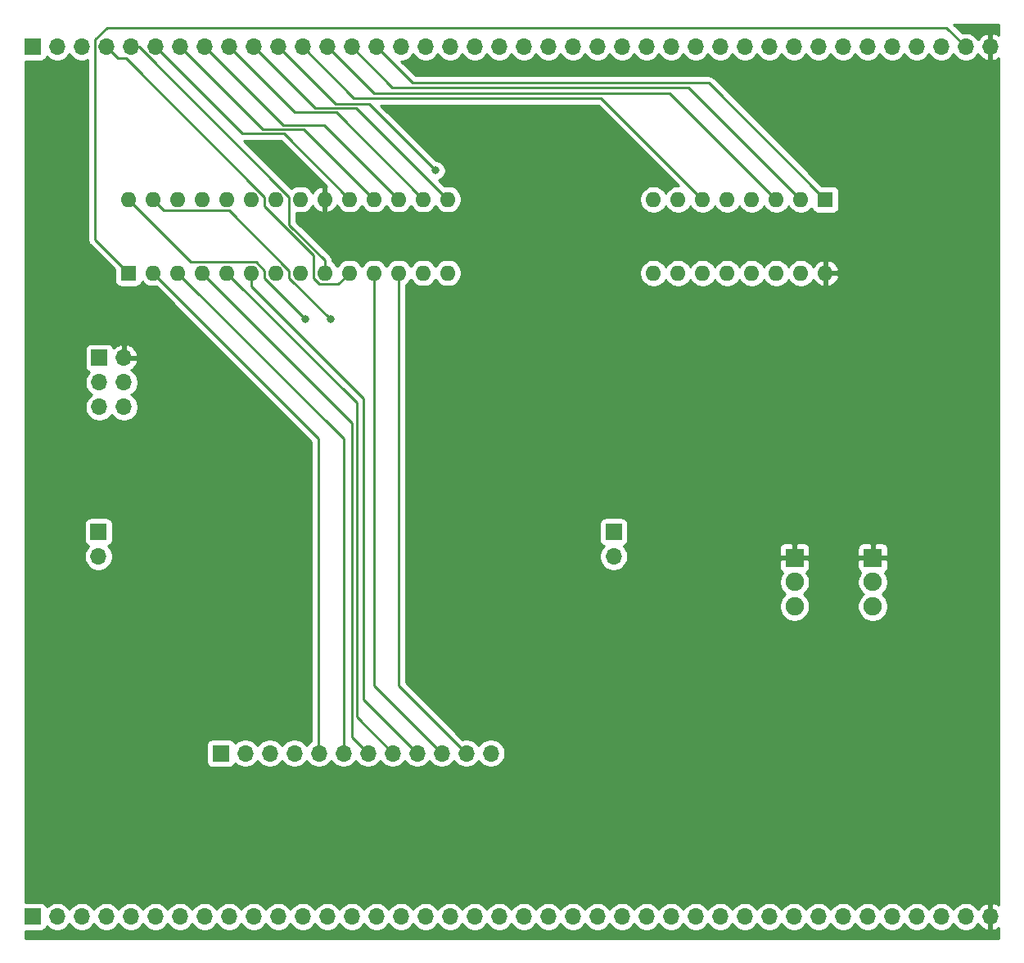
<source format=gbl>
G04 #@! TF.GenerationSoftware,KiCad,Pcbnew,(5.1.9)-1*
G04 #@! TF.CreationDate,2022-01-17T22:51:17-05:00*
G04 #@! TF.ProjectId,output-led,6f757470-7574-42d6-9c65-642e6b696361,1.1*
G04 #@! TF.SameCoordinates,Original*
G04 #@! TF.FileFunction,Copper,L2,Bot*
G04 #@! TF.FilePolarity,Positive*
%FSLAX46Y46*%
G04 Gerber Fmt 4.6, Leading zero omitted, Abs format (unit mm)*
G04 Created by KiCad (PCBNEW (5.1.9)-1) date 2022-01-17 22:51:17*
%MOMM*%
%LPD*%
G01*
G04 APERTURE LIST*
G04 #@! TA.AperFunction,ComponentPad*
%ADD10O,1.700000X1.700000*%
G04 #@! TD*
G04 #@! TA.AperFunction,ComponentPad*
%ADD11R,1.700000X1.700000*%
G04 #@! TD*
G04 #@! TA.AperFunction,ComponentPad*
%ADD12C,1.900000*%
G04 #@! TD*
G04 #@! TA.AperFunction,ComponentPad*
%ADD13R,1.900000X1.900000*%
G04 #@! TD*
G04 #@! TA.AperFunction,ComponentPad*
%ADD14O,1.600000X1.600000*%
G04 #@! TD*
G04 #@! TA.AperFunction,ComponentPad*
%ADD15R,1.600000X1.600000*%
G04 #@! TD*
G04 #@! TA.AperFunction,ViaPad*
%ADD16C,0.800000*%
G04 #@! TD*
G04 #@! TA.AperFunction,Conductor*
%ADD17C,0.250000*%
G04 #@! TD*
G04 #@! TA.AperFunction,Conductor*
%ADD18C,0.254000*%
G04 #@! TD*
G04 #@! TA.AperFunction,Conductor*
%ADD19C,0.100000*%
G04 #@! TD*
G04 APERTURE END LIST*
D10*
X146500000Y-98740000D03*
D11*
X146500000Y-96200000D03*
D10*
X93200000Y-98740000D03*
D11*
X93200000Y-96200000D03*
D12*
X165200000Y-103900000D03*
X165200000Y-101400000D03*
D13*
X165200000Y-98900000D03*
D12*
X173300000Y-103900000D03*
X173300000Y-101400000D03*
D13*
X173300000Y-98900000D03*
D14*
X168400000Y-69420000D03*
X150620000Y-61800000D03*
X165860000Y-69420000D03*
X153160000Y-61800000D03*
X163320000Y-69420000D03*
X155700000Y-61800000D03*
X160780000Y-69420000D03*
X158240000Y-61800000D03*
X158240000Y-69420000D03*
X160780000Y-61800000D03*
X155700000Y-69420000D03*
X163320000Y-61800000D03*
X153160000Y-69420000D03*
X165860000Y-61800000D03*
X150620000Y-69420000D03*
D15*
X168400000Y-61800000D03*
D14*
X96300000Y-61780000D03*
X129320000Y-69400000D03*
X98840000Y-61780000D03*
X126780000Y-69400000D03*
X101380000Y-61780000D03*
X124240000Y-69400000D03*
X103920000Y-61780000D03*
X121700000Y-69400000D03*
X106460000Y-61780000D03*
X119160000Y-69400000D03*
X109000000Y-61780000D03*
X116620000Y-69400000D03*
X111540000Y-61780000D03*
X114080000Y-69400000D03*
X114080000Y-61780000D03*
X111540000Y-69400000D03*
X116620000Y-61780000D03*
X109000000Y-69400000D03*
X119160000Y-61780000D03*
X106460000Y-69400000D03*
X121700000Y-61780000D03*
X103920000Y-69400000D03*
X124240000Y-61780000D03*
X101380000Y-69400000D03*
X126780000Y-61780000D03*
X98840000Y-69400000D03*
X129320000Y-61780000D03*
D15*
X96300000Y-69400000D03*
D10*
X133800000Y-119100000D03*
X131260000Y-119100000D03*
X128720000Y-119100000D03*
X126180000Y-119100000D03*
X123640000Y-119100000D03*
X121100000Y-119100000D03*
X118560000Y-119100000D03*
X116020000Y-119100000D03*
X113480000Y-119100000D03*
X110940000Y-119100000D03*
X108400000Y-119100000D03*
D11*
X105860000Y-119100000D03*
D10*
X95840000Y-83280000D03*
X93300000Y-83280000D03*
X95840000Y-80740000D03*
X93300000Y-80740000D03*
X95840000Y-78200000D03*
D11*
X93300000Y-78200000D03*
D10*
X185460000Y-136000000D03*
X182920000Y-136000000D03*
X180380000Y-136000000D03*
X177840000Y-136000000D03*
X175300000Y-136000000D03*
X172760000Y-136000000D03*
X170220000Y-136000000D03*
X167680000Y-136000000D03*
X165140000Y-136000000D03*
X162600000Y-136000000D03*
X160060000Y-136000000D03*
X157520000Y-136000000D03*
X154980000Y-136000000D03*
X152440000Y-136000000D03*
X149900000Y-136000000D03*
X147360000Y-136000000D03*
X144820000Y-136000000D03*
X142280000Y-136000000D03*
X139740000Y-136000000D03*
X137200000Y-136000000D03*
X134660000Y-136000000D03*
X132120000Y-136000000D03*
X129580000Y-136000000D03*
X127040000Y-136000000D03*
X124500000Y-136000000D03*
X121960000Y-136000000D03*
X119420000Y-136000000D03*
X116880000Y-136000000D03*
X114340000Y-136000000D03*
X111800000Y-136000000D03*
X109260000Y-136000000D03*
X106720000Y-136000000D03*
X104180000Y-136000000D03*
X101640000Y-136000000D03*
X99100000Y-136000000D03*
X96560000Y-136000000D03*
X94020000Y-136000000D03*
X91480000Y-136000000D03*
X88940000Y-136000000D03*
D11*
X86400000Y-136000000D03*
D10*
X185460000Y-46000000D03*
X182920000Y-46000000D03*
X180380000Y-46000000D03*
X177840000Y-46000000D03*
X175300000Y-46000000D03*
X172760000Y-46000000D03*
X170220000Y-46000000D03*
X167680000Y-46000000D03*
X165140000Y-46000000D03*
X162600000Y-46000000D03*
X160060000Y-46000000D03*
X157520000Y-46000000D03*
X154980000Y-46000000D03*
X152440000Y-46000000D03*
X149900000Y-46000000D03*
X147360000Y-46000000D03*
X144820000Y-46000000D03*
X142280000Y-46000000D03*
X139740000Y-46000000D03*
X137200000Y-46000000D03*
X134660000Y-46000000D03*
X132120000Y-46000000D03*
X129580000Y-46000000D03*
X127040000Y-46000000D03*
X124500000Y-46000000D03*
X121960000Y-46000000D03*
X119420000Y-46000000D03*
X116880000Y-46000000D03*
X114340000Y-46000000D03*
X111800000Y-46000000D03*
X109260000Y-46000000D03*
X106720000Y-46000000D03*
X104180000Y-46000000D03*
X101640000Y-46000000D03*
X99100000Y-46000000D03*
X96560000Y-46000000D03*
X94020000Y-46000000D03*
X91480000Y-46000000D03*
X88940000Y-46000000D03*
D11*
X86400000Y-46000000D03*
D16*
X138800000Y-72900000D03*
X128100000Y-58800000D03*
X117207499Y-74192501D03*
X114637499Y-74162501D03*
D17*
X120600000Y-113520000D02*
X126180000Y-119100000D01*
X120600000Y-82400000D02*
X120600000Y-113520000D01*
X109000000Y-70800000D02*
X120600000Y-82400000D01*
X109000000Y-69400000D02*
X109000000Y-70800000D01*
X156349990Y-49749990D02*
X168400000Y-61800000D01*
X125709990Y-49749990D02*
X156349990Y-49749990D01*
X121960000Y-46000000D02*
X125709990Y-49749990D01*
X165860000Y-61800000D02*
X154260000Y-50200000D01*
X123620000Y-50200000D02*
X119420000Y-46000000D01*
X154260000Y-50200000D02*
X123620000Y-50200000D01*
X163320000Y-61800000D02*
X152320000Y-50800000D01*
X121680000Y-50800000D02*
X116880000Y-46000000D01*
X152320000Y-50800000D02*
X121680000Y-50800000D01*
X155700000Y-61800000D02*
X145200000Y-51300000D01*
X119640000Y-51300000D02*
X114340000Y-46000000D01*
X145200000Y-51300000D02*
X119640000Y-51300000D01*
X121200000Y-51900000D02*
X128100000Y-58800000D01*
X111800000Y-46000000D02*
X117700000Y-51900000D01*
X117700000Y-51900000D02*
X121200000Y-51900000D01*
X115610011Y-52350011D02*
X109260000Y-46000000D01*
X119890011Y-52350011D02*
X115610011Y-52350011D01*
X129320000Y-61780000D02*
X119890011Y-52350011D01*
X126780000Y-61780000D02*
X117800022Y-52800022D01*
X117800022Y-52800022D02*
X113520022Y-52800022D01*
X113520022Y-52800022D02*
X107569999Y-46849999D01*
X107569999Y-46849999D02*
X106720000Y-46000000D01*
X112280000Y-54100000D02*
X104180000Y-46000000D01*
X116560000Y-54100000D02*
X112280000Y-54100000D01*
X124240000Y-61780000D02*
X116560000Y-54100000D01*
X114470011Y-54550011D02*
X121700000Y-61780000D01*
X101640000Y-46000000D02*
X110190011Y-54550011D01*
X110190011Y-54550011D02*
X114470011Y-54550011D01*
X108100022Y-55000022D02*
X112380023Y-55000022D01*
X99100000Y-46000000D02*
X108100022Y-55000022D01*
X112380023Y-55000022D02*
X119160000Y-61780000D01*
X112954999Y-64418589D02*
X116620000Y-68083590D01*
X116620000Y-68083590D02*
X116620000Y-69400000D01*
X112954999Y-61529997D02*
X112954999Y-64418589D01*
X97425002Y-46000000D02*
X112954999Y-61529997D01*
X96560000Y-46000000D02*
X97425002Y-46000000D01*
X118034999Y-70525001D02*
X119160000Y-69400000D01*
X116079999Y-70525001D02*
X118034999Y-70525001D01*
X115494999Y-69940001D02*
X116079999Y-70525001D01*
X110414999Y-62514999D02*
X115494999Y-67594999D01*
X110414999Y-61529997D02*
X110414999Y-62514999D01*
X115494999Y-67594999D02*
X115494999Y-69940001D01*
X96060003Y-47175001D02*
X110414999Y-61529997D01*
X95195001Y-47175001D02*
X96060003Y-47175001D01*
X94020000Y-46000000D02*
X95195001Y-47175001D01*
X182920000Y-46000000D02*
X180920000Y-44000000D01*
X92844999Y-65944999D02*
X96300000Y-69400000D01*
X92844999Y-45246001D02*
X92844999Y-65944999D01*
X94091000Y-44000000D02*
X92844999Y-45246001D01*
X180920000Y-44000000D02*
X94091000Y-44000000D01*
X124240000Y-112080000D02*
X131260000Y-119100000D01*
X124240000Y-69400000D02*
X124240000Y-112080000D01*
X121700000Y-112080000D02*
X121700000Y-69400000D01*
X128720000Y-119100000D02*
X121700000Y-112080000D01*
X123640000Y-119100000D02*
X119900000Y-115360000D01*
X119900000Y-115360000D02*
X119900000Y-82840000D01*
X119900000Y-82840000D02*
X106460000Y-69400000D01*
X119449990Y-117449990D02*
X121100000Y-119100000D01*
X103920000Y-69400000D02*
X119449990Y-84929990D01*
X119449990Y-84929990D02*
X119449990Y-117449990D01*
X118560000Y-92860000D02*
X118560000Y-119100000D01*
X118560000Y-86580000D02*
X118560000Y-92860000D01*
X101380000Y-69400000D02*
X118560000Y-86580000D01*
X116000000Y-119080000D02*
X116020000Y-119100000D01*
X116000000Y-86560000D02*
X116000000Y-119080000D01*
X98840000Y-69400000D02*
X116000000Y-86560000D01*
X112954999Y-69940001D02*
X117207499Y-74192501D01*
X98840000Y-61780000D02*
X99965001Y-62905001D01*
X112954999Y-69149997D02*
X112954999Y-69940001D01*
X106710003Y-62905001D02*
X112954999Y-69149997D01*
X99965001Y-62905001D02*
X106710003Y-62905001D01*
X110414999Y-69940001D02*
X114637499Y-74162501D01*
X110414999Y-69149997D02*
X110414999Y-69940001D01*
X96300000Y-61780000D02*
X102794999Y-68274999D01*
X102794999Y-68274999D02*
X109540001Y-68274999D01*
X109540001Y-68274999D02*
X110414999Y-69149997D01*
D18*
X186315000Y-44794057D02*
X186226920Y-44728359D01*
X185964099Y-44603175D01*
X185816890Y-44558524D01*
X185587000Y-44679845D01*
X185587000Y-45873000D01*
X185607000Y-45873000D01*
X185607000Y-46127000D01*
X185587000Y-46127000D01*
X185587000Y-47320155D01*
X185816890Y-47441476D01*
X185964099Y-47396825D01*
X186226920Y-47271641D01*
X186315000Y-47205943D01*
X186315001Y-134794058D01*
X186226920Y-134728359D01*
X185964099Y-134603175D01*
X185816890Y-134558524D01*
X185587000Y-134679845D01*
X185587000Y-135873000D01*
X185607000Y-135873000D01*
X185607000Y-136127000D01*
X185587000Y-136127000D01*
X185587000Y-137320155D01*
X185816890Y-137441476D01*
X185964099Y-137396825D01*
X186226920Y-137271641D01*
X186315001Y-137205942D01*
X186315001Y-138315000D01*
X85685000Y-138315000D01*
X85685000Y-137488072D01*
X87250000Y-137488072D01*
X87374482Y-137475812D01*
X87494180Y-137439502D01*
X87604494Y-137380537D01*
X87701185Y-137301185D01*
X87780537Y-137204494D01*
X87839502Y-137094180D01*
X87861513Y-137021620D01*
X87993368Y-137153475D01*
X88236589Y-137315990D01*
X88506842Y-137427932D01*
X88793740Y-137485000D01*
X89086260Y-137485000D01*
X89373158Y-137427932D01*
X89643411Y-137315990D01*
X89886632Y-137153475D01*
X90093475Y-136946632D01*
X90210000Y-136772240D01*
X90326525Y-136946632D01*
X90533368Y-137153475D01*
X90776589Y-137315990D01*
X91046842Y-137427932D01*
X91333740Y-137485000D01*
X91626260Y-137485000D01*
X91913158Y-137427932D01*
X92183411Y-137315990D01*
X92426632Y-137153475D01*
X92633475Y-136946632D01*
X92750000Y-136772240D01*
X92866525Y-136946632D01*
X93073368Y-137153475D01*
X93316589Y-137315990D01*
X93586842Y-137427932D01*
X93873740Y-137485000D01*
X94166260Y-137485000D01*
X94453158Y-137427932D01*
X94723411Y-137315990D01*
X94966632Y-137153475D01*
X95173475Y-136946632D01*
X95290000Y-136772240D01*
X95406525Y-136946632D01*
X95613368Y-137153475D01*
X95856589Y-137315990D01*
X96126842Y-137427932D01*
X96413740Y-137485000D01*
X96706260Y-137485000D01*
X96993158Y-137427932D01*
X97263411Y-137315990D01*
X97506632Y-137153475D01*
X97713475Y-136946632D01*
X97830000Y-136772240D01*
X97946525Y-136946632D01*
X98153368Y-137153475D01*
X98396589Y-137315990D01*
X98666842Y-137427932D01*
X98953740Y-137485000D01*
X99246260Y-137485000D01*
X99533158Y-137427932D01*
X99803411Y-137315990D01*
X100046632Y-137153475D01*
X100253475Y-136946632D01*
X100370000Y-136772240D01*
X100486525Y-136946632D01*
X100693368Y-137153475D01*
X100936589Y-137315990D01*
X101206842Y-137427932D01*
X101493740Y-137485000D01*
X101786260Y-137485000D01*
X102073158Y-137427932D01*
X102343411Y-137315990D01*
X102586632Y-137153475D01*
X102793475Y-136946632D01*
X102910000Y-136772240D01*
X103026525Y-136946632D01*
X103233368Y-137153475D01*
X103476589Y-137315990D01*
X103746842Y-137427932D01*
X104033740Y-137485000D01*
X104326260Y-137485000D01*
X104613158Y-137427932D01*
X104883411Y-137315990D01*
X105126632Y-137153475D01*
X105333475Y-136946632D01*
X105450000Y-136772240D01*
X105566525Y-136946632D01*
X105773368Y-137153475D01*
X106016589Y-137315990D01*
X106286842Y-137427932D01*
X106573740Y-137485000D01*
X106866260Y-137485000D01*
X107153158Y-137427932D01*
X107423411Y-137315990D01*
X107666632Y-137153475D01*
X107873475Y-136946632D01*
X107990000Y-136772240D01*
X108106525Y-136946632D01*
X108313368Y-137153475D01*
X108556589Y-137315990D01*
X108826842Y-137427932D01*
X109113740Y-137485000D01*
X109406260Y-137485000D01*
X109693158Y-137427932D01*
X109963411Y-137315990D01*
X110206632Y-137153475D01*
X110413475Y-136946632D01*
X110530000Y-136772240D01*
X110646525Y-136946632D01*
X110853368Y-137153475D01*
X111096589Y-137315990D01*
X111366842Y-137427932D01*
X111653740Y-137485000D01*
X111946260Y-137485000D01*
X112233158Y-137427932D01*
X112503411Y-137315990D01*
X112746632Y-137153475D01*
X112953475Y-136946632D01*
X113070000Y-136772240D01*
X113186525Y-136946632D01*
X113393368Y-137153475D01*
X113636589Y-137315990D01*
X113906842Y-137427932D01*
X114193740Y-137485000D01*
X114486260Y-137485000D01*
X114773158Y-137427932D01*
X115043411Y-137315990D01*
X115286632Y-137153475D01*
X115493475Y-136946632D01*
X115610000Y-136772240D01*
X115726525Y-136946632D01*
X115933368Y-137153475D01*
X116176589Y-137315990D01*
X116446842Y-137427932D01*
X116733740Y-137485000D01*
X117026260Y-137485000D01*
X117313158Y-137427932D01*
X117583411Y-137315990D01*
X117826632Y-137153475D01*
X118033475Y-136946632D01*
X118150000Y-136772240D01*
X118266525Y-136946632D01*
X118473368Y-137153475D01*
X118716589Y-137315990D01*
X118986842Y-137427932D01*
X119273740Y-137485000D01*
X119566260Y-137485000D01*
X119853158Y-137427932D01*
X120123411Y-137315990D01*
X120366632Y-137153475D01*
X120573475Y-136946632D01*
X120690000Y-136772240D01*
X120806525Y-136946632D01*
X121013368Y-137153475D01*
X121256589Y-137315990D01*
X121526842Y-137427932D01*
X121813740Y-137485000D01*
X122106260Y-137485000D01*
X122393158Y-137427932D01*
X122663411Y-137315990D01*
X122906632Y-137153475D01*
X123113475Y-136946632D01*
X123230000Y-136772240D01*
X123346525Y-136946632D01*
X123553368Y-137153475D01*
X123796589Y-137315990D01*
X124066842Y-137427932D01*
X124353740Y-137485000D01*
X124646260Y-137485000D01*
X124933158Y-137427932D01*
X125203411Y-137315990D01*
X125446632Y-137153475D01*
X125653475Y-136946632D01*
X125770000Y-136772240D01*
X125886525Y-136946632D01*
X126093368Y-137153475D01*
X126336589Y-137315990D01*
X126606842Y-137427932D01*
X126893740Y-137485000D01*
X127186260Y-137485000D01*
X127473158Y-137427932D01*
X127743411Y-137315990D01*
X127986632Y-137153475D01*
X128193475Y-136946632D01*
X128310000Y-136772240D01*
X128426525Y-136946632D01*
X128633368Y-137153475D01*
X128876589Y-137315990D01*
X129146842Y-137427932D01*
X129433740Y-137485000D01*
X129726260Y-137485000D01*
X130013158Y-137427932D01*
X130283411Y-137315990D01*
X130526632Y-137153475D01*
X130733475Y-136946632D01*
X130850000Y-136772240D01*
X130966525Y-136946632D01*
X131173368Y-137153475D01*
X131416589Y-137315990D01*
X131686842Y-137427932D01*
X131973740Y-137485000D01*
X132266260Y-137485000D01*
X132553158Y-137427932D01*
X132823411Y-137315990D01*
X133066632Y-137153475D01*
X133273475Y-136946632D01*
X133390000Y-136772240D01*
X133506525Y-136946632D01*
X133713368Y-137153475D01*
X133956589Y-137315990D01*
X134226842Y-137427932D01*
X134513740Y-137485000D01*
X134806260Y-137485000D01*
X135093158Y-137427932D01*
X135363411Y-137315990D01*
X135606632Y-137153475D01*
X135813475Y-136946632D01*
X135930000Y-136772240D01*
X136046525Y-136946632D01*
X136253368Y-137153475D01*
X136496589Y-137315990D01*
X136766842Y-137427932D01*
X137053740Y-137485000D01*
X137346260Y-137485000D01*
X137633158Y-137427932D01*
X137903411Y-137315990D01*
X138146632Y-137153475D01*
X138353475Y-136946632D01*
X138470000Y-136772240D01*
X138586525Y-136946632D01*
X138793368Y-137153475D01*
X139036589Y-137315990D01*
X139306842Y-137427932D01*
X139593740Y-137485000D01*
X139886260Y-137485000D01*
X140173158Y-137427932D01*
X140443411Y-137315990D01*
X140686632Y-137153475D01*
X140893475Y-136946632D01*
X141010000Y-136772240D01*
X141126525Y-136946632D01*
X141333368Y-137153475D01*
X141576589Y-137315990D01*
X141846842Y-137427932D01*
X142133740Y-137485000D01*
X142426260Y-137485000D01*
X142713158Y-137427932D01*
X142983411Y-137315990D01*
X143226632Y-137153475D01*
X143433475Y-136946632D01*
X143550000Y-136772240D01*
X143666525Y-136946632D01*
X143873368Y-137153475D01*
X144116589Y-137315990D01*
X144386842Y-137427932D01*
X144673740Y-137485000D01*
X144966260Y-137485000D01*
X145253158Y-137427932D01*
X145523411Y-137315990D01*
X145766632Y-137153475D01*
X145973475Y-136946632D01*
X146090000Y-136772240D01*
X146206525Y-136946632D01*
X146413368Y-137153475D01*
X146656589Y-137315990D01*
X146926842Y-137427932D01*
X147213740Y-137485000D01*
X147506260Y-137485000D01*
X147793158Y-137427932D01*
X148063411Y-137315990D01*
X148306632Y-137153475D01*
X148513475Y-136946632D01*
X148630000Y-136772240D01*
X148746525Y-136946632D01*
X148953368Y-137153475D01*
X149196589Y-137315990D01*
X149466842Y-137427932D01*
X149753740Y-137485000D01*
X150046260Y-137485000D01*
X150333158Y-137427932D01*
X150603411Y-137315990D01*
X150846632Y-137153475D01*
X151053475Y-136946632D01*
X151170000Y-136772240D01*
X151286525Y-136946632D01*
X151493368Y-137153475D01*
X151736589Y-137315990D01*
X152006842Y-137427932D01*
X152293740Y-137485000D01*
X152586260Y-137485000D01*
X152873158Y-137427932D01*
X153143411Y-137315990D01*
X153386632Y-137153475D01*
X153593475Y-136946632D01*
X153710000Y-136772240D01*
X153826525Y-136946632D01*
X154033368Y-137153475D01*
X154276589Y-137315990D01*
X154546842Y-137427932D01*
X154833740Y-137485000D01*
X155126260Y-137485000D01*
X155413158Y-137427932D01*
X155683411Y-137315990D01*
X155926632Y-137153475D01*
X156133475Y-136946632D01*
X156250000Y-136772240D01*
X156366525Y-136946632D01*
X156573368Y-137153475D01*
X156816589Y-137315990D01*
X157086842Y-137427932D01*
X157373740Y-137485000D01*
X157666260Y-137485000D01*
X157953158Y-137427932D01*
X158223411Y-137315990D01*
X158466632Y-137153475D01*
X158673475Y-136946632D01*
X158790000Y-136772240D01*
X158906525Y-136946632D01*
X159113368Y-137153475D01*
X159356589Y-137315990D01*
X159626842Y-137427932D01*
X159913740Y-137485000D01*
X160206260Y-137485000D01*
X160493158Y-137427932D01*
X160763411Y-137315990D01*
X161006632Y-137153475D01*
X161213475Y-136946632D01*
X161330000Y-136772240D01*
X161446525Y-136946632D01*
X161653368Y-137153475D01*
X161896589Y-137315990D01*
X162166842Y-137427932D01*
X162453740Y-137485000D01*
X162746260Y-137485000D01*
X163033158Y-137427932D01*
X163303411Y-137315990D01*
X163546632Y-137153475D01*
X163753475Y-136946632D01*
X163870000Y-136772240D01*
X163986525Y-136946632D01*
X164193368Y-137153475D01*
X164436589Y-137315990D01*
X164706842Y-137427932D01*
X164993740Y-137485000D01*
X165286260Y-137485000D01*
X165573158Y-137427932D01*
X165843411Y-137315990D01*
X166086632Y-137153475D01*
X166293475Y-136946632D01*
X166410000Y-136772240D01*
X166526525Y-136946632D01*
X166733368Y-137153475D01*
X166976589Y-137315990D01*
X167246842Y-137427932D01*
X167533740Y-137485000D01*
X167826260Y-137485000D01*
X168113158Y-137427932D01*
X168383411Y-137315990D01*
X168626632Y-137153475D01*
X168833475Y-136946632D01*
X168950000Y-136772240D01*
X169066525Y-136946632D01*
X169273368Y-137153475D01*
X169516589Y-137315990D01*
X169786842Y-137427932D01*
X170073740Y-137485000D01*
X170366260Y-137485000D01*
X170653158Y-137427932D01*
X170923411Y-137315990D01*
X171166632Y-137153475D01*
X171373475Y-136946632D01*
X171490000Y-136772240D01*
X171606525Y-136946632D01*
X171813368Y-137153475D01*
X172056589Y-137315990D01*
X172326842Y-137427932D01*
X172613740Y-137485000D01*
X172906260Y-137485000D01*
X173193158Y-137427932D01*
X173463411Y-137315990D01*
X173706632Y-137153475D01*
X173913475Y-136946632D01*
X174030000Y-136772240D01*
X174146525Y-136946632D01*
X174353368Y-137153475D01*
X174596589Y-137315990D01*
X174866842Y-137427932D01*
X175153740Y-137485000D01*
X175446260Y-137485000D01*
X175733158Y-137427932D01*
X176003411Y-137315990D01*
X176246632Y-137153475D01*
X176453475Y-136946632D01*
X176570000Y-136772240D01*
X176686525Y-136946632D01*
X176893368Y-137153475D01*
X177136589Y-137315990D01*
X177406842Y-137427932D01*
X177693740Y-137485000D01*
X177986260Y-137485000D01*
X178273158Y-137427932D01*
X178543411Y-137315990D01*
X178786632Y-137153475D01*
X178993475Y-136946632D01*
X179110000Y-136772240D01*
X179226525Y-136946632D01*
X179433368Y-137153475D01*
X179676589Y-137315990D01*
X179946842Y-137427932D01*
X180233740Y-137485000D01*
X180526260Y-137485000D01*
X180813158Y-137427932D01*
X181083411Y-137315990D01*
X181326632Y-137153475D01*
X181533475Y-136946632D01*
X181650000Y-136772240D01*
X181766525Y-136946632D01*
X181973368Y-137153475D01*
X182216589Y-137315990D01*
X182486842Y-137427932D01*
X182773740Y-137485000D01*
X183066260Y-137485000D01*
X183353158Y-137427932D01*
X183623411Y-137315990D01*
X183866632Y-137153475D01*
X184073475Y-136946632D01*
X184195195Y-136764466D01*
X184264822Y-136881355D01*
X184459731Y-137097588D01*
X184693080Y-137271641D01*
X184955901Y-137396825D01*
X185103110Y-137441476D01*
X185333000Y-137320155D01*
X185333000Y-136127000D01*
X185313000Y-136127000D01*
X185313000Y-135873000D01*
X185333000Y-135873000D01*
X185333000Y-134679845D01*
X185103110Y-134558524D01*
X184955901Y-134603175D01*
X184693080Y-134728359D01*
X184459731Y-134902412D01*
X184264822Y-135118645D01*
X184195195Y-135235534D01*
X184073475Y-135053368D01*
X183866632Y-134846525D01*
X183623411Y-134684010D01*
X183353158Y-134572068D01*
X183066260Y-134515000D01*
X182773740Y-134515000D01*
X182486842Y-134572068D01*
X182216589Y-134684010D01*
X181973368Y-134846525D01*
X181766525Y-135053368D01*
X181650000Y-135227760D01*
X181533475Y-135053368D01*
X181326632Y-134846525D01*
X181083411Y-134684010D01*
X180813158Y-134572068D01*
X180526260Y-134515000D01*
X180233740Y-134515000D01*
X179946842Y-134572068D01*
X179676589Y-134684010D01*
X179433368Y-134846525D01*
X179226525Y-135053368D01*
X179110000Y-135227760D01*
X178993475Y-135053368D01*
X178786632Y-134846525D01*
X178543411Y-134684010D01*
X178273158Y-134572068D01*
X177986260Y-134515000D01*
X177693740Y-134515000D01*
X177406842Y-134572068D01*
X177136589Y-134684010D01*
X176893368Y-134846525D01*
X176686525Y-135053368D01*
X176570000Y-135227760D01*
X176453475Y-135053368D01*
X176246632Y-134846525D01*
X176003411Y-134684010D01*
X175733158Y-134572068D01*
X175446260Y-134515000D01*
X175153740Y-134515000D01*
X174866842Y-134572068D01*
X174596589Y-134684010D01*
X174353368Y-134846525D01*
X174146525Y-135053368D01*
X174030000Y-135227760D01*
X173913475Y-135053368D01*
X173706632Y-134846525D01*
X173463411Y-134684010D01*
X173193158Y-134572068D01*
X172906260Y-134515000D01*
X172613740Y-134515000D01*
X172326842Y-134572068D01*
X172056589Y-134684010D01*
X171813368Y-134846525D01*
X171606525Y-135053368D01*
X171490000Y-135227760D01*
X171373475Y-135053368D01*
X171166632Y-134846525D01*
X170923411Y-134684010D01*
X170653158Y-134572068D01*
X170366260Y-134515000D01*
X170073740Y-134515000D01*
X169786842Y-134572068D01*
X169516589Y-134684010D01*
X169273368Y-134846525D01*
X169066525Y-135053368D01*
X168950000Y-135227760D01*
X168833475Y-135053368D01*
X168626632Y-134846525D01*
X168383411Y-134684010D01*
X168113158Y-134572068D01*
X167826260Y-134515000D01*
X167533740Y-134515000D01*
X167246842Y-134572068D01*
X166976589Y-134684010D01*
X166733368Y-134846525D01*
X166526525Y-135053368D01*
X166410000Y-135227760D01*
X166293475Y-135053368D01*
X166086632Y-134846525D01*
X165843411Y-134684010D01*
X165573158Y-134572068D01*
X165286260Y-134515000D01*
X164993740Y-134515000D01*
X164706842Y-134572068D01*
X164436589Y-134684010D01*
X164193368Y-134846525D01*
X163986525Y-135053368D01*
X163870000Y-135227760D01*
X163753475Y-135053368D01*
X163546632Y-134846525D01*
X163303411Y-134684010D01*
X163033158Y-134572068D01*
X162746260Y-134515000D01*
X162453740Y-134515000D01*
X162166842Y-134572068D01*
X161896589Y-134684010D01*
X161653368Y-134846525D01*
X161446525Y-135053368D01*
X161330000Y-135227760D01*
X161213475Y-135053368D01*
X161006632Y-134846525D01*
X160763411Y-134684010D01*
X160493158Y-134572068D01*
X160206260Y-134515000D01*
X159913740Y-134515000D01*
X159626842Y-134572068D01*
X159356589Y-134684010D01*
X159113368Y-134846525D01*
X158906525Y-135053368D01*
X158790000Y-135227760D01*
X158673475Y-135053368D01*
X158466632Y-134846525D01*
X158223411Y-134684010D01*
X157953158Y-134572068D01*
X157666260Y-134515000D01*
X157373740Y-134515000D01*
X157086842Y-134572068D01*
X156816589Y-134684010D01*
X156573368Y-134846525D01*
X156366525Y-135053368D01*
X156250000Y-135227760D01*
X156133475Y-135053368D01*
X155926632Y-134846525D01*
X155683411Y-134684010D01*
X155413158Y-134572068D01*
X155126260Y-134515000D01*
X154833740Y-134515000D01*
X154546842Y-134572068D01*
X154276589Y-134684010D01*
X154033368Y-134846525D01*
X153826525Y-135053368D01*
X153710000Y-135227760D01*
X153593475Y-135053368D01*
X153386632Y-134846525D01*
X153143411Y-134684010D01*
X152873158Y-134572068D01*
X152586260Y-134515000D01*
X152293740Y-134515000D01*
X152006842Y-134572068D01*
X151736589Y-134684010D01*
X151493368Y-134846525D01*
X151286525Y-135053368D01*
X151170000Y-135227760D01*
X151053475Y-135053368D01*
X150846632Y-134846525D01*
X150603411Y-134684010D01*
X150333158Y-134572068D01*
X150046260Y-134515000D01*
X149753740Y-134515000D01*
X149466842Y-134572068D01*
X149196589Y-134684010D01*
X148953368Y-134846525D01*
X148746525Y-135053368D01*
X148630000Y-135227760D01*
X148513475Y-135053368D01*
X148306632Y-134846525D01*
X148063411Y-134684010D01*
X147793158Y-134572068D01*
X147506260Y-134515000D01*
X147213740Y-134515000D01*
X146926842Y-134572068D01*
X146656589Y-134684010D01*
X146413368Y-134846525D01*
X146206525Y-135053368D01*
X146090000Y-135227760D01*
X145973475Y-135053368D01*
X145766632Y-134846525D01*
X145523411Y-134684010D01*
X145253158Y-134572068D01*
X144966260Y-134515000D01*
X144673740Y-134515000D01*
X144386842Y-134572068D01*
X144116589Y-134684010D01*
X143873368Y-134846525D01*
X143666525Y-135053368D01*
X143550000Y-135227760D01*
X143433475Y-135053368D01*
X143226632Y-134846525D01*
X142983411Y-134684010D01*
X142713158Y-134572068D01*
X142426260Y-134515000D01*
X142133740Y-134515000D01*
X141846842Y-134572068D01*
X141576589Y-134684010D01*
X141333368Y-134846525D01*
X141126525Y-135053368D01*
X141010000Y-135227760D01*
X140893475Y-135053368D01*
X140686632Y-134846525D01*
X140443411Y-134684010D01*
X140173158Y-134572068D01*
X139886260Y-134515000D01*
X139593740Y-134515000D01*
X139306842Y-134572068D01*
X139036589Y-134684010D01*
X138793368Y-134846525D01*
X138586525Y-135053368D01*
X138470000Y-135227760D01*
X138353475Y-135053368D01*
X138146632Y-134846525D01*
X137903411Y-134684010D01*
X137633158Y-134572068D01*
X137346260Y-134515000D01*
X137053740Y-134515000D01*
X136766842Y-134572068D01*
X136496589Y-134684010D01*
X136253368Y-134846525D01*
X136046525Y-135053368D01*
X135930000Y-135227760D01*
X135813475Y-135053368D01*
X135606632Y-134846525D01*
X135363411Y-134684010D01*
X135093158Y-134572068D01*
X134806260Y-134515000D01*
X134513740Y-134515000D01*
X134226842Y-134572068D01*
X133956589Y-134684010D01*
X133713368Y-134846525D01*
X133506525Y-135053368D01*
X133390000Y-135227760D01*
X133273475Y-135053368D01*
X133066632Y-134846525D01*
X132823411Y-134684010D01*
X132553158Y-134572068D01*
X132266260Y-134515000D01*
X131973740Y-134515000D01*
X131686842Y-134572068D01*
X131416589Y-134684010D01*
X131173368Y-134846525D01*
X130966525Y-135053368D01*
X130850000Y-135227760D01*
X130733475Y-135053368D01*
X130526632Y-134846525D01*
X130283411Y-134684010D01*
X130013158Y-134572068D01*
X129726260Y-134515000D01*
X129433740Y-134515000D01*
X129146842Y-134572068D01*
X128876589Y-134684010D01*
X128633368Y-134846525D01*
X128426525Y-135053368D01*
X128310000Y-135227760D01*
X128193475Y-135053368D01*
X127986632Y-134846525D01*
X127743411Y-134684010D01*
X127473158Y-134572068D01*
X127186260Y-134515000D01*
X126893740Y-134515000D01*
X126606842Y-134572068D01*
X126336589Y-134684010D01*
X126093368Y-134846525D01*
X125886525Y-135053368D01*
X125770000Y-135227760D01*
X125653475Y-135053368D01*
X125446632Y-134846525D01*
X125203411Y-134684010D01*
X124933158Y-134572068D01*
X124646260Y-134515000D01*
X124353740Y-134515000D01*
X124066842Y-134572068D01*
X123796589Y-134684010D01*
X123553368Y-134846525D01*
X123346525Y-135053368D01*
X123230000Y-135227760D01*
X123113475Y-135053368D01*
X122906632Y-134846525D01*
X122663411Y-134684010D01*
X122393158Y-134572068D01*
X122106260Y-134515000D01*
X121813740Y-134515000D01*
X121526842Y-134572068D01*
X121256589Y-134684010D01*
X121013368Y-134846525D01*
X120806525Y-135053368D01*
X120690000Y-135227760D01*
X120573475Y-135053368D01*
X120366632Y-134846525D01*
X120123411Y-134684010D01*
X119853158Y-134572068D01*
X119566260Y-134515000D01*
X119273740Y-134515000D01*
X118986842Y-134572068D01*
X118716589Y-134684010D01*
X118473368Y-134846525D01*
X118266525Y-135053368D01*
X118150000Y-135227760D01*
X118033475Y-135053368D01*
X117826632Y-134846525D01*
X117583411Y-134684010D01*
X117313158Y-134572068D01*
X117026260Y-134515000D01*
X116733740Y-134515000D01*
X116446842Y-134572068D01*
X116176589Y-134684010D01*
X115933368Y-134846525D01*
X115726525Y-135053368D01*
X115610000Y-135227760D01*
X115493475Y-135053368D01*
X115286632Y-134846525D01*
X115043411Y-134684010D01*
X114773158Y-134572068D01*
X114486260Y-134515000D01*
X114193740Y-134515000D01*
X113906842Y-134572068D01*
X113636589Y-134684010D01*
X113393368Y-134846525D01*
X113186525Y-135053368D01*
X113070000Y-135227760D01*
X112953475Y-135053368D01*
X112746632Y-134846525D01*
X112503411Y-134684010D01*
X112233158Y-134572068D01*
X111946260Y-134515000D01*
X111653740Y-134515000D01*
X111366842Y-134572068D01*
X111096589Y-134684010D01*
X110853368Y-134846525D01*
X110646525Y-135053368D01*
X110530000Y-135227760D01*
X110413475Y-135053368D01*
X110206632Y-134846525D01*
X109963411Y-134684010D01*
X109693158Y-134572068D01*
X109406260Y-134515000D01*
X109113740Y-134515000D01*
X108826842Y-134572068D01*
X108556589Y-134684010D01*
X108313368Y-134846525D01*
X108106525Y-135053368D01*
X107990000Y-135227760D01*
X107873475Y-135053368D01*
X107666632Y-134846525D01*
X107423411Y-134684010D01*
X107153158Y-134572068D01*
X106866260Y-134515000D01*
X106573740Y-134515000D01*
X106286842Y-134572068D01*
X106016589Y-134684010D01*
X105773368Y-134846525D01*
X105566525Y-135053368D01*
X105450000Y-135227760D01*
X105333475Y-135053368D01*
X105126632Y-134846525D01*
X104883411Y-134684010D01*
X104613158Y-134572068D01*
X104326260Y-134515000D01*
X104033740Y-134515000D01*
X103746842Y-134572068D01*
X103476589Y-134684010D01*
X103233368Y-134846525D01*
X103026525Y-135053368D01*
X102910000Y-135227760D01*
X102793475Y-135053368D01*
X102586632Y-134846525D01*
X102343411Y-134684010D01*
X102073158Y-134572068D01*
X101786260Y-134515000D01*
X101493740Y-134515000D01*
X101206842Y-134572068D01*
X100936589Y-134684010D01*
X100693368Y-134846525D01*
X100486525Y-135053368D01*
X100370000Y-135227760D01*
X100253475Y-135053368D01*
X100046632Y-134846525D01*
X99803411Y-134684010D01*
X99533158Y-134572068D01*
X99246260Y-134515000D01*
X98953740Y-134515000D01*
X98666842Y-134572068D01*
X98396589Y-134684010D01*
X98153368Y-134846525D01*
X97946525Y-135053368D01*
X97830000Y-135227760D01*
X97713475Y-135053368D01*
X97506632Y-134846525D01*
X97263411Y-134684010D01*
X96993158Y-134572068D01*
X96706260Y-134515000D01*
X96413740Y-134515000D01*
X96126842Y-134572068D01*
X95856589Y-134684010D01*
X95613368Y-134846525D01*
X95406525Y-135053368D01*
X95290000Y-135227760D01*
X95173475Y-135053368D01*
X94966632Y-134846525D01*
X94723411Y-134684010D01*
X94453158Y-134572068D01*
X94166260Y-134515000D01*
X93873740Y-134515000D01*
X93586842Y-134572068D01*
X93316589Y-134684010D01*
X93073368Y-134846525D01*
X92866525Y-135053368D01*
X92750000Y-135227760D01*
X92633475Y-135053368D01*
X92426632Y-134846525D01*
X92183411Y-134684010D01*
X91913158Y-134572068D01*
X91626260Y-134515000D01*
X91333740Y-134515000D01*
X91046842Y-134572068D01*
X90776589Y-134684010D01*
X90533368Y-134846525D01*
X90326525Y-135053368D01*
X90210000Y-135227760D01*
X90093475Y-135053368D01*
X89886632Y-134846525D01*
X89643411Y-134684010D01*
X89373158Y-134572068D01*
X89086260Y-134515000D01*
X88793740Y-134515000D01*
X88506842Y-134572068D01*
X88236589Y-134684010D01*
X87993368Y-134846525D01*
X87861513Y-134978380D01*
X87839502Y-134905820D01*
X87780537Y-134795506D01*
X87701185Y-134698815D01*
X87604494Y-134619463D01*
X87494180Y-134560498D01*
X87374482Y-134524188D01*
X87250000Y-134511928D01*
X85685000Y-134511928D01*
X85685000Y-95350000D01*
X91711928Y-95350000D01*
X91711928Y-97050000D01*
X91724188Y-97174482D01*
X91760498Y-97294180D01*
X91819463Y-97404494D01*
X91898815Y-97501185D01*
X91995506Y-97580537D01*
X92105820Y-97639502D01*
X92178380Y-97661513D01*
X92046525Y-97793368D01*
X91884010Y-98036589D01*
X91772068Y-98306842D01*
X91715000Y-98593740D01*
X91715000Y-98886260D01*
X91772068Y-99173158D01*
X91884010Y-99443411D01*
X92046525Y-99686632D01*
X92253368Y-99893475D01*
X92496589Y-100055990D01*
X92766842Y-100167932D01*
X93053740Y-100225000D01*
X93346260Y-100225000D01*
X93633158Y-100167932D01*
X93903411Y-100055990D01*
X94146632Y-99893475D01*
X94353475Y-99686632D01*
X94515990Y-99443411D01*
X94627932Y-99173158D01*
X94685000Y-98886260D01*
X94685000Y-98593740D01*
X94627932Y-98306842D01*
X94515990Y-98036589D01*
X94353475Y-97793368D01*
X94221620Y-97661513D01*
X94294180Y-97639502D01*
X94404494Y-97580537D01*
X94501185Y-97501185D01*
X94580537Y-97404494D01*
X94639502Y-97294180D01*
X94675812Y-97174482D01*
X94688072Y-97050000D01*
X94688072Y-95350000D01*
X94675812Y-95225518D01*
X94639502Y-95105820D01*
X94580537Y-94995506D01*
X94501185Y-94898815D01*
X94404494Y-94819463D01*
X94294180Y-94760498D01*
X94174482Y-94724188D01*
X94050000Y-94711928D01*
X92350000Y-94711928D01*
X92225518Y-94724188D01*
X92105820Y-94760498D01*
X91995506Y-94819463D01*
X91898815Y-94898815D01*
X91819463Y-94995506D01*
X91760498Y-95105820D01*
X91724188Y-95225518D01*
X91711928Y-95350000D01*
X85685000Y-95350000D01*
X85685000Y-77350000D01*
X91811928Y-77350000D01*
X91811928Y-79050000D01*
X91824188Y-79174482D01*
X91860498Y-79294180D01*
X91919463Y-79404494D01*
X91998815Y-79501185D01*
X92095506Y-79580537D01*
X92205820Y-79639502D01*
X92278380Y-79661513D01*
X92146525Y-79793368D01*
X91984010Y-80036589D01*
X91872068Y-80306842D01*
X91815000Y-80593740D01*
X91815000Y-80886260D01*
X91872068Y-81173158D01*
X91984010Y-81443411D01*
X92146525Y-81686632D01*
X92353368Y-81893475D01*
X92527760Y-82010000D01*
X92353368Y-82126525D01*
X92146525Y-82333368D01*
X91984010Y-82576589D01*
X91872068Y-82846842D01*
X91815000Y-83133740D01*
X91815000Y-83426260D01*
X91872068Y-83713158D01*
X91984010Y-83983411D01*
X92146525Y-84226632D01*
X92353368Y-84433475D01*
X92596589Y-84595990D01*
X92866842Y-84707932D01*
X93153740Y-84765000D01*
X93446260Y-84765000D01*
X93733158Y-84707932D01*
X94003411Y-84595990D01*
X94246632Y-84433475D01*
X94453475Y-84226632D01*
X94570000Y-84052240D01*
X94686525Y-84226632D01*
X94893368Y-84433475D01*
X95136589Y-84595990D01*
X95406842Y-84707932D01*
X95693740Y-84765000D01*
X95986260Y-84765000D01*
X96273158Y-84707932D01*
X96543411Y-84595990D01*
X96786632Y-84433475D01*
X96993475Y-84226632D01*
X97155990Y-83983411D01*
X97267932Y-83713158D01*
X97325000Y-83426260D01*
X97325000Y-83133740D01*
X97267932Y-82846842D01*
X97155990Y-82576589D01*
X96993475Y-82333368D01*
X96786632Y-82126525D01*
X96612240Y-82010000D01*
X96786632Y-81893475D01*
X96993475Y-81686632D01*
X97155990Y-81443411D01*
X97267932Y-81173158D01*
X97325000Y-80886260D01*
X97325000Y-80593740D01*
X97267932Y-80306842D01*
X97155990Y-80036589D01*
X96993475Y-79793368D01*
X96786632Y-79586525D01*
X96604466Y-79464805D01*
X96721355Y-79395178D01*
X96937588Y-79200269D01*
X97111641Y-78966920D01*
X97236825Y-78704099D01*
X97281476Y-78556890D01*
X97160155Y-78327000D01*
X95967000Y-78327000D01*
X95967000Y-78347000D01*
X95713000Y-78347000D01*
X95713000Y-78327000D01*
X95693000Y-78327000D01*
X95693000Y-78073000D01*
X95713000Y-78073000D01*
X95713000Y-76879186D01*
X95967000Y-76879186D01*
X95967000Y-78073000D01*
X97160155Y-78073000D01*
X97281476Y-77843110D01*
X97236825Y-77695901D01*
X97111641Y-77433080D01*
X96937588Y-77199731D01*
X96721355Y-77004822D01*
X96471252Y-76855843D01*
X96196891Y-76758519D01*
X95967000Y-76879186D01*
X95713000Y-76879186D01*
X95483109Y-76758519D01*
X95208748Y-76855843D01*
X94958645Y-77004822D01*
X94762498Y-77181626D01*
X94739502Y-77105820D01*
X94680537Y-76995506D01*
X94601185Y-76898815D01*
X94504494Y-76819463D01*
X94394180Y-76760498D01*
X94274482Y-76724188D01*
X94150000Y-76711928D01*
X92450000Y-76711928D01*
X92325518Y-76724188D01*
X92205820Y-76760498D01*
X92095506Y-76819463D01*
X91998815Y-76898815D01*
X91919463Y-76995506D01*
X91860498Y-77105820D01*
X91824188Y-77225518D01*
X91811928Y-77350000D01*
X85685000Y-77350000D01*
X85685000Y-47488072D01*
X87250000Y-47488072D01*
X87374482Y-47475812D01*
X87494180Y-47439502D01*
X87604494Y-47380537D01*
X87701185Y-47301185D01*
X87780537Y-47204494D01*
X87839502Y-47094180D01*
X87861513Y-47021620D01*
X87993368Y-47153475D01*
X88236589Y-47315990D01*
X88506842Y-47427932D01*
X88793740Y-47485000D01*
X89086260Y-47485000D01*
X89373158Y-47427932D01*
X89643411Y-47315990D01*
X89886632Y-47153475D01*
X90093475Y-46946632D01*
X90210000Y-46772240D01*
X90326525Y-46946632D01*
X90533368Y-47153475D01*
X90776589Y-47315990D01*
X91046842Y-47427932D01*
X91333740Y-47485000D01*
X91626260Y-47485000D01*
X91913158Y-47427932D01*
X92084999Y-47356753D01*
X92085000Y-65907666D01*
X92081323Y-65944999D01*
X92095997Y-66093984D01*
X92139453Y-66237245D01*
X92210025Y-66369275D01*
X92281200Y-66456001D01*
X92304999Y-66485000D01*
X92333997Y-66508798D01*
X94861928Y-69036730D01*
X94861928Y-70200000D01*
X94874188Y-70324482D01*
X94910498Y-70444180D01*
X94969463Y-70554494D01*
X95048815Y-70651185D01*
X95145506Y-70730537D01*
X95255820Y-70789502D01*
X95375518Y-70825812D01*
X95500000Y-70838072D01*
X97100000Y-70838072D01*
X97224482Y-70825812D01*
X97344180Y-70789502D01*
X97454494Y-70730537D01*
X97551185Y-70651185D01*
X97630537Y-70554494D01*
X97689502Y-70444180D01*
X97725812Y-70324482D01*
X97726643Y-70316039D01*
X97925241Y-70514637D01*
X98160273Y-70671680D01*
X98421426Y-70779853D01*
X98698665Y-70835000D01*
X98981335Y-70835000D01*
X99163887Y-70798688D01*
X115240000Y-86874802D01*
X115240001Y-117835184D01*
X115073368Y-117946525D01*
X114866525Y-118153368D01*
X114750000Y-118327760D01*
X114633475Y-118153368D01*
X114426632Y-117946525D01*
X114183411Y-117784010D01*
X113913158Y-117672068D01*
X113626260Y-117615000D01*
X113333740Y-117615000D01*
X113046842Y-117672068D01*
X112776589Y-117784010D01*
X112533368Y-117946525D01*
X112326525Y-118153368D01*
X112210000Y-118327760D01*
X112093475Y-118153368D01*
X111886632Y-117946525D01*
X111643411Y-117784010D01*
X111373158Y-117672068D01*
X111086260Y-117615000D01*
X110793740Y-117615000D01*
X110506842Y-117672068D01*
X110236589Y-117784010D01*
X109993368Y-117946525D01*
X109786525Y-118153368D01*
X109670000Y-118327760D01*
X109553475Y-118153368D01*
X109346632Y-117946525D01*
X109103411Y-117784010D01*
X108833158Y-117672068D01*
X108546260Y-117615000D01*
X108253740Y-117615000D01*
X107966842Y-117672068D01*
X107696589Y-117784010D01*
X107453368Y-117946525D01*
X107321513Y-118078380D01*
X107299502Y-118005820D01*
X107240537Y-117895506D01*
X107161185Y-117798815D01*
X107064494Y-117719463D01*
X106954180Y-117660498D01*
X106834482Y-117624188D01*
X106710000Y-117611928D01*
X105010000Y-117611928D01*
X104885518Y-117624188D01*
X104765820Y-117660498D01*
X104655506Y-117719463D01*
X104558815Y-117798815D01*
X104479463Y-117895506D01*
X104420498Y-118005820D01*
X104384188Y-118125518D01*
X104371928Y-118250000D01*
X104371928Y-119950000D01*
X104384188Y-120074482D01*
X104420498Y-120194180D01*
X104479463Y-120304494D01*
X104558815Y-120401185D01*
X104655506Y-120480537D01*
X104765820Y-120539502D01*
X104885518Y-120575812D01*
X105010000Y-120588072D01*
X106710000Y-120588072D01*
X106834482Y-120575812D01*
X106954180Y-120539502D01*
X107064494Y-120480537D01*
X107161185Y-120401185D01*
X107240537Y-120304494D01*
X107299502Y-120194180D01*
X107321513Y-120121620D01*
X107453368Y-120253475D01*
X107696589Y-120415990D01*
X107966842Y-120527932D01*
X108253740Y-120585000D01*
X108546260Y-120585000D01*
X108833158Y-120527932D01*
X109103411Y-120415990D01*
X109346632Y-120253475D01*
X109553475Y-120046632D01*
X109670000Y-119872240D01*
X109786525Y-120046632D01*
X109993368Y-120253475D01*
X110236589Y-120415990D01*
X110506842Y-120527932D01*
X110793740Y-120585000D01*
X111086260Y-120585000D01*
X111373158Y-120527932D01*
X111643411Y-120415990D01*
X111886632Y-120253475D01*
X112093475Y-120046632D01*
X112210000Y-119872240D01*
X112326525Y-120046632D01*
X112533368Y-120253475D01*
X112776589Y-120415990D01*
X113046842Y-120527932D01*
X113333740Y-120585000D01*
X113626260Y-120585000D01*
X113913158Y-120527932D01*
X114183411Y-120415990D01*
X114426632Y-120253475D01*
X114633475Y-120046632D01*
X114750000Y-119872240D01*
X114866525Y-120046632D01*
X115073368Y-120253475D01*
X115316589Y-120415990D01*
X115586842Y-120527932D01*
X115873740Y-120585000D01*
X116166260Y-120585000D01*
X116453158Y-120527932D01*
X116723411Y-120415990D01*
X116966632Y-120253475D01*
X117173475Y-120046632D01*
X117290000Y-119872240D01*
X117406525Y-120046632D01*
X117613368Y-120253475D01*
X117856589Y-120415990D01*
X118126842Y-120527932D01*
X118413740Y-120585000D01*
X118706260Y-120585000D01*
X118993158Y-120527932D01*
X119263411Y-120415990D01*
X119506632Y-120253475D01*
X119713475Y-120046632D01*
X119830000Y-119872240D01*
X119946525Y-120046632D01*
X120153368Y-120253475D01*
X120396589Y-120415990D01*
X120666842Y-120527932D01*
X120953740Y-120585000D01*
X121246260Y-120585000D01*
X121533158Y-120527932D01*
X121803411Y-120415990D01*
X122046632Y-120253475D01*
X122253475Y-120046632D01*
X122370000Y-119872240D01*
X122486525Y-120046632D01*
X122693368Y-120253475D01*
X122936589Y-120415990D01*
X123206842Y-120527932D01*
X123493740Y-120585000D01*
X123786260Y-120585000D01*
X124073158Y-120527932D01*
X124343411Y-120415990D01*
X124586632Y-120253475D01*
X124793475Y-120046632D01*
X124910000Y-119872240D01*
X125026525Y-120046632D01*
X125233368Y-120253475D01*
X125476589Y-120415990D01*
X125746842Y-120527932D01*
X126033740Y-120585000D01*
X126326260Y-120585000D01*
X126613158Y-120527932D01*
X126883411Y-120415990D01*
X127126632Y-120253475D01*
X127333475Y-120046632D01*
X127450000Y-119872240D01*
X127566525Y-120046632D01*
X127773368Y-120253475D01*
X128016589Y-120415990D01*
X128286842Y-120527932D01*
X128573740Y-120585000D01*
X128866260Y-120585000D01*
X129153158Y-120527932D01*
X129423411Y-120415990D01*
X129666632Y-120253475D01*
X129873475Y-120046632D01*
X129990000Y-119872240D01*
X130106525Y-120046632D01*
X130313368Y-120253475D01*
X130556589Y-120415990D01*
X130826842Y-120527932D01*
X131113740Y-120585000D01*
X131406260Y-120585000D01*
X131693158Y-120527932D01*
X131963411Y-120415990D01*
X132206632Y-120253475D01*
X132413475Y-120046632D01*
X132530000Y-119872240D01*
X132646525Y-120046632D01*
X132853368Y-120253475D01*
X133096589Y-120415990D01*
X133366842Y-120527932D01*
X133653740Y-120585000D01*
X133946260Y-120585000D01*
X134233158Y-120527932D01*
X134503411Y-120415990D01*
X134746632Y-120253475D01*
X134953475Y-120046632D01*
X135115990Y-119803411D01*
X135227932Y-119533158D01*
X135285000Y-119246260D01*
X135285000Y-118953740D01*
X135227932Y-118666842D01*
X135115990Y-118396589D01*
X134953475Y-118153368D01*
X134746632Y-117946525D01*
X134503411Y-117784010D01*
X134233158Y-117672068D01*
X133946260Y-117615000D01*
X133653740Y-117615000D01*
X133366842Y-117672068D01*
X133096589Y-117784010D01*
X132853368Y-117946525D01*
X132646525Y-118153368D01*
X132530000Y-118327760D01*
X132413475Y-118153368D01*
X132206632Y-117946525D01*
X131963411Y-117784010D01*
X131693158Y-117672068D01*
X131406260Y-117615000D01*
X131113740Y-117615000D01*
X130893592Y-117658790D01*
X125000000Y-111765199D01*
X125000000Y-95350000D01*
X145011928Y-95350000D01*
X145011928Y-97050000D01*
X145024188Y-97174482D01*
X145060498Y-97294180D01*
X145119463Y-97404494D01*
X145198815Y-97501185D01*
X145295506Y-97580537D01*
X145405820Y-97639502D01*
X145478380Y-97661513D01*
X145346525Y-97793368D01*
X145184010Y-98036589D01*
X145072068Y-98306842D01*
X145015000Y-98593740D01*
X145015000Y-98886260D01*
X145072068Y-99173158D01*
X145184010Y-99443411D01*
X145346525Y-99686632D01*
X145553368Y-99893475D01*
X145796589Y-100055990D01*
X146066842Y-100167932D01*
X146353740Y-100225000D01*
X146646260Y-100225000D01*
X146933158Y-100167932D01*
X147203411Y-100055990D01*
X147446632Y-99893475D01*
X147490107Y-99850000D01*
X163611928Y-99850000D01*
X163624188Y-99974482D01*
X163660498Y-100094180D01*
X163719463Y-100204494D01*
X163798815Y-100301185D01*
X163895506Y-100380537D01*
X163954021Y-100411814D01*
X163795391Y-100649221D01*
X163675911Y-100937673D01*
X163615000Y-101243891D01*
X163615000Y-101556109D01*
X163675911Y-101862327D01*
X163795391Y-102150779D01*
X163968850Y-102410379D01*
X164189621Y-102631150D01*
X164217832Y-102650000D01*
X164189621Y-102668850D01*
X163968850Y-102889621D01*
X163795391Y-103149221D01*
X163675911Y-103437673D01*
X163615000Y-103743891D01*
X163615000Y-104056109D01*
X163675911Y-104362327D01*
X163795391Y-104650779D01*
X163968850Y-104910379D01*
X164189621Y-105131150D01*
X164449221Y-105304609D01*
X164737673Y-105424089D01*
X165043891Y-105485000D01*
X165356109Y-105485000D01*
X165662327Y-105424089D01*
X165950779Y-105304609D01*
X166210379Y-105131150D01*
X166431150Y-104910379D01*
X166604609Y-104650779D01*
X166724089Y-104362327D01*
X166785000Y-104056109D01*
X166785000Y-103743891D01*
X166724089Y-103437673D01*
X166604609Y-103149221D01*
X166431150Y-102889621D01*
X166210379Y-102668850D01*
X166182168Y-102650000D01*
X166210379Y-102631150D01*
X166431150Y-102410379D01*
X166604609Y-102150779D01*
X166724089Y-101862327D01*
X166785000Y-101556109D01*
X166785000Y-101243891D01*
X166724089Y-100937673D01*
X166604609Y-100649221D01*
X166445979Y-100411814D01*
X166504494Y-100380537D01*
X166601185Y-100301185D01*
X166680537Y-100204494D01*
X166739502Y-100094180D01*
X166775812Y-99974482D01*
X166788072Y-99850000D01*
X171711928Y-99850000D01*
X171724188Y-99974482D01*
X171760498Y-100094180D01*
X171819463Y-100204494D01*
X171898815Y-100301185D01*
X171995506Y-100380537D01*
X172054021Y-100411814D01*
X171895391Y-100649221D01*
X171775911Y-100937673D01*
X171715000Y-101243891D01*
X171715000Y-101556109D01*
X171775911Y-101862327D01*
X171895391Y-102150779D01*
X172068850Y-102410379D01*
X172289621Y-102631150D01*
X172317832Y-102650000D01*
X172289621Y-102668850D01*
X172068850Y-102889621D01*
X171895391Y-103149221D01*
X171775911Y-103437673D01*
X171715000Y-103743891D01*
X171715000Y-104056109D01*
X171775911Y-104362327D01*
X171895391Y-104650779D01*
X172068850Y-104910379D01*
X172289621Y-105131150D01*
X172549221Y-105304609D01*
X172837673Y-105424089D01*
X173143891Y-105485000D01*
X173456109Y-105485000D01*
X173762327Y-105424089D01*
X174050779Y-105304609D01*
X174310379Y-105131150D01*
X174531150Y-104910379D01*
X174704609Y-104650779D01*
X174824089Y-104362327D01*
X174885000Y-104056109D01*
X174885000Y-103743891D01*
X174824089Y-103437673D01*
X174704609Y-103149221D01*
X174531150Y-102889621D01*
X174310379Y-102668850D01*
X174282168Y-102650000D01*
X174310379Y-102631150D01*
X174531150Y-102410379D01*
X174704609Y-102150779D01*
X174824089Y-101862327D01*
X174885000Y-101556109D01*
X174885000Y-101243891D01*
X174824089Y-100937673D01*
X174704609Y-100649221D01*
X174545979Y-100411814D01*
X174604494Y-100380537D01*
X174701185Y-100301185D01*
X174780537Y-100204494D01*
X174839502Y-100094180D01*
X174875812Y-99974482D01*
X174888072Y-99850000D01*
X174885000Y-99185750D01*
X174726250Y-99027000D01*
X173427000Y-99027000D01*
X173427000Y-99047000D01*
X173173000Y-99047000D01*
X173173000Y-99027000D01*
X171873750Y-99027000D01*
X171715000Y-99185750D01*
X171711928Y-99850000D01*
X166788072Y-99850000D01*
X166785000Y-99185750D01*
X166626250Y-99027000D01*
X165327000Y-99027000D01*
X165327000Y-99047000D01*
X165073000Y-99047000D01*
X165073000Y-99027000D01*
X163773750Y-99027000D01*
X163615000Y-99185750D01*
X163611928Y-99850000D01*
X147490107Y-99850000D01*
X147653475Y-99686632D01*
X147815990Y-99443411D01*
X147927932Y-99173158D01*
X147985000Y-98886260D01*
X147985000Y-98593740D01*
X147927932Y-98306842D01*
X147815990Y-98036589D01*
X147758134Y-97950000D01*
X163611928Y-97950000D01*
X163615000Y-98614250D01*
X163773750Y-98773000D01*
X165073000Y-98773000D01*
X165073000Y-97473750D01*
X165327000Y-97473750D01*
X165327000Y-98773000D01*
X166626250Y-98773000D01*
X166785000Y-98614250D01*
X166788072Y-97950000D01*
X171711928Y-97950000D01*
X171715000Y-98614250D01*
X171873750Y-98773000D01*
X173173000Y-98773000D01*
X173173000Y-97473750D01*
X173427000Y-97473750D01*
X173427000Y-98773000D01*
X174726250Y-98773000D01*
X174885000Y-98614250D01*
X174888072Y-97950000D01*
X174875812Y-97825518D01*
X174839502Y-97705820D01*
X174780537Y-97595506D01*
X174701185Y-97498815D01*
X174604494Y-97419463D01*
X174494180Y-97360498D01*
X174374482Y-97324188D01*
X174250000Y-97311928D01*
X173585750Y-97315000D01*
X173427000Y-97473750D01*
X173173000Y-97473750D01*
X173014250Y-97315000D01*
X172350000Y-97311928D01*
X172225518Y-97324188D01*
X172105820Y-97360498D01*
X171995506Y-97419463D01*
X171898815Y-97498815D01*
X171819463Y-97595506D01*
X171760498Y-97705820D01*
X171724188Y-97825518D01*
X171711928Y-97950000D01*
X166788072Y-97950000D01*
X166775812Y-97825518D01*
X166739502Y-97705820D01*
X166680537Y-97595506D01*
X166601185Y-97498815D01*
X166504494Y-97419463D01*
X166394180Y-97360498D01*
X166274482Y-97324188D01*
X166150000Y-97311928D01*
X165485750Y-97315000D01*
X165327000Y-97473750D01*
X165073000Y-97473750D01*
X164914250Y-97315000D01*
X164250000Y-97311928D01*
X164125518Y-97324188D01*
X164005820Y-97360498D01*
X163895506Y-97419463D01*
X163798815Y-97498815D01*
X163719463Y-97595506D01*
X163660498Y-97705820D01*
X163624188Y-97825518D01*
X163611928Y-97950000D01*
X147758134Y-97950000D01*
X147653475Y-97793368D01*
X147521620Y-97661513D01*
X147594180Y-97639502D01*
X147704494Y-97580537D01*
X147801185Y-97501185D01*
X147880537Y-97404494D01*
X147939502Y-97294180D01*
X147975812Y-97174482D01*
X147988072Y-97050000D01*
X147988072Y-95350000D01*
X147975812Y-95225518D01*
X147939502Y-95105820D01*
X147880537Y-94995506D01*
X147801185Y-94898815D01*
X147704494Y-94819463D01*
X147594180Y-94760498D01*
X147474482Y-94724188D01*
X147350000Y-94711928D01*
X145650000Y-94711928D01*
X145525518Y-94724188D01*
X145405820Y-94760498D01*
X145295506Y-94819463D01*
X145198815Y-94898815D01*
X145119463Y-94995506D01*
X145060498Y-95105820D01*
X145024188Y-95225518D01*
X145011928Y-95350000D01*
X125000000Y-95350000D01*
X125000000Y-70618043D01*
X125154759Y-70514637D01*
X125354637Y-70314759D01*
X125510000Y-70082241D01*
X125665363Y-70314759D01*
X125865241Y-70514637D01*
X126100273Y-70671680D01*
X126361426Y-70779853D01*
X126638665Y-70835000D01*
X126921335Y-70835000D01*
X127198574Y-70779853D01*
X127459727Y-70671680D01*
X127694759Y-70514637D01*
X127894637Y-70314759D01*
X128050000Y-70082241D01*
X128205363Y-70314759D01*
X128405241Y-70514637D01*
X128640273Y-70671680D01*
X128901426Y-70779853D01*
X129178665Y-70835000D01*
X129461335Y-70835000D01*
X129738574Y-70779853D01*
X129999727Y-70671680D01*
X130234759Y-70514637D01*
X130434637Y-70314759D01*
X130591680Y-70079727D01*
X130699853Y-69818574D01*
X130755000Y-69541335D01*
X130755000Y-69278665D01*
X149185000Y-69278665D01*
X149185000Y-69561335D01*
X149240147Y-69838574D01*
X149348320Y-70099727D01*
X149505363Y-70334759D01*
X149705241Y-70534637D01*
X149940273Y-70691680D01*
X150201426Y-70799853D01*
X150478665Y-70855000D01*
X150761335Y-70855000D01*
X151038574Y-70799853D01*
X151299727Y-70691680D01*
X151534759Y-70534637D01*
X151734637Y-70334759D01*
X151890000Y-70102241D01*
X152045363Y-70334759D01*
X152245241Y-70534637D01*
X152480273Y-70691680D01*
X152741426Y-70799853D01*
X153018665Y-70855000D01*
X153301335Y-70855000D01*
X153578574Y-70799853D01*
X153839727Y-70691680D01*
X154074759Y-70534637D01*
X154274637Y-70334759D01*
X154430000Y-70102241D01*
X154585363Y-70334759D01*
X154785241Y-70534637D01*
X155020273Y-70691680D01*
X155281426Y-70799853D01*
X155558665Y-70855000D01*
X155841335Y-70855000D01*
X156118574Y-70799853D01*
X156379727Y-70691680D01*
X156614759Y-70534637D01*
X156814637Y-70334759D01*
X156970000Y-70102241D01*
X157125363Y-70334759D01*
X157325241Y-70534637D01*
X157560273Y-70691680D01*
X157821426Y-70799853D01*
X158098665Y-70855000D01*
X158381335Y-70855000D01*
X158658574Y-70799853D01*
X158919727Y-70691680D01*
X159154759Y-70534637D01*
X159354637Y-70334759D01*
X159510000Y-70102241D01*
X159665363Y-70334759D01*
X159865241Y-70534637D01*
X160100273Y-70691680D01*
X160361426Y-70799853D01*
X160638665Y-70855000D01*
X160921335Y-70855000D01*
X161198574Y-70799853D01*
X161459727Y-70691680D01*
X161694759Y-70534637D01*
X161894637Y-70334759D01*
X162050000Y-70102241D01*
X162205363Y-70334759D01*
X162405241Y-70534637D01*
X162640273Y-70691680D01*
X162901426Y-70799853D01*
X163178665Y-70855000D01*
X163461335Y-70855000D01*
X163738574Y-70799853D01*
X163999727Y-70691680D01*
X164234759Y-70534637D01*
X164434637Y-70334759D01*
X164590000Y-70102241D01*
X164745363Y-70334759D01*
X164945241Y-70534637D01*
X165180273Y-70691680D01*
X165441426Y-70799853D01*
X165718665Y-70855000D01*
X166001335Y-70855000D01*
X166278574Y-70799853D01*
X166539727Y-70691680D01*
X166774759Y-70534637D01*
X166974637Y-70334759D01*
X167131680Y-70099727D01*
X167136067Y-70089135D01*
X167247615Y-70275131D01*
X167436586Y-70483519D01*
X167662580Y-70651037D01*
X167916913Y-70771246D01*
X168050961Y-70811904D01*
X168273000Y-70689915D01*
X168273000Y-69547000D01*
X168527000Y-69547000D01*
X168527000Y-70689915D01*
X168749039Y-70811904D01*
X168883087Y-70771246D01*
X169137420Y-70651037D01*
X169363414Y-70483519D01*
X169552385Y-70275131D01*
X169697070Y-70033881D01*
X169791909Y-69769040D01*
X169670624Y-69547000D01*
X168527000Y-69547000D01*
X168273000Y-69547000D01*
X168253000Y-69547000D01*
X168253000Y-69293000D01*
X168273000Y-69293000D01*
X168273000Y-68150085D01*
X168527000Y-68150085D01*
X168527000Y-69293000D01*
X169670624Y-69293000D01*
X169791909Y-69070960D01*
X169697070Y-68806119D01*
X169552385Y-68564869D01*
X169363414Y-68356481D01*
X169137420Y-68188963D01*
X168883087Y-68068754D01*
X168749039Y-68028096D01*
X168527000Y-68150085D01*
X168273000Y-68150085D01*
X168050961Y-68028096D01*
X167916913Y-68068754D01*
X167662580Y-68188963D01*
X167436586Y-68356481D01*
X167247615Y-68564869D01*
X167136067Y-68750865D01*
X167131680Y-68740273D01*
X166974637Y-68505241D01*
X166774759Y-68305363D01*
X166539727Y-68148320D01*
X166278574Y-68040147D01*
X166001335Y-67985000D01*
X165718665Y-67985000D01*
X165441426Y-68040147D01*
X165180273Y-68148320D01*
X164945241Y-68305363D01*
X164745363Y-68505241D01*
X164590000Y-68737759D01*
X164434637Y-68505241D01*
X164234759Y-68305363D01*
X163999727Y-68148320D01*
X163738574Y-68040147D01*
X163461335Y-67985000D01*
X163178665Y-67985000D01*
X162901426Y-68040147D01*
X162640273Y-68148320D01*
X162405241Y-68305363D01*
X162205363Y-68505241D01*
X162050000Y-68737759D01*
X161894637Y-68505241D01*
X161694759Y-68305363D01*
X161459727Y-68148320D01*
X161198574Y-68040147D01*
X160921335Y-67985000D01*
X160638665Y-67985000D01*
X160361426Y-68040147D01*
X160100273Y-68148320D01*
X159865241Y-68305363D01*
X159665363Y-68505241D01*
X159510000Y-68737759D01*
X159354637Y-68505241D01*
X159154759Y-68305363D01*
X158919727Y-68148320D01*
X158658574Y-68040147D01*
X158381335Y-67985000D01*
X158098665Y-67985000D01*
X157821426Y-68040147D01*
X157560273Y-68148320D01*
X157325241Y-68305363D01*
X157125363Y-68505241D01*
X156970000Y-68737759D01*
X156814637Y-68505241D01*
X156614759Y-68305363D01*
X156379727Y-68148320D01*
X156118574Y-68040147D01*
X155841335Y-67985000D01*
X155558665Y-67985000D01*
X155281426Y-68040147D01*
X155020273Y-68148320D01*
X154785241Y-68305363D01*
X154585363Y-68505241D01*
X154430000Y-68737759D01*
X154274637Y-68505241D01*
X154074759Y-68305363D01*
X153839727Y-68148320D01*
X153578574Y-68040147D01*
X153301335Y-67985000D01*
X153018665Y-67985000D01*
X152741426Y-68040147D01*
X152480273Y-68148320D01*
X152245241Y-68305363D01*
X152045363Y-68505241D01*
X151890000Y-68737759D01*
X151734637Y-68505241D01*
X151534759Y-68305363D01*
X151299727Y-68148320D01*
X151038574Y-68040147D01*
X150761335Y-67985000D01*
X150478665Y-67985000D01*
X150201426Y-68040147D01*
X149940273Y-68148320D01*
X149705241Y-68305363D01*
X149505363Y-68505241D01*
X149348320Y-68740273D01*
X149240147Y-69001426D01*
X149185000Y-69278665D01*
X130755000Y-69278665D01*
X130755000Y-69258665D01*
X130699853Y-68981426D01*
X130591680Y-68720273D01*
X130434637Y-68485241D01*
X130234759Y-68285363D01*
X129999727Y-68128320D01*
X129738574Y-68020147D01*
X129461335Y-67965000D01*
X129178665Y-67965000D01*
X128901426Y-68020147D01*
X128640273Y-68128320D01*
X128405241Y-68285363D01*
X128205363Y-68485241D01*
X128050000Y-68717759D01*
X127894637Y-68485241D01*
X127694759Y-68285363D01*
X127459727Y-68128320D01*
X127198574Y-68020147D01*
X126921335Y-67965000D01*
X126638665Y-67965000D01*
X126361426Y-68020147D01*
X126100273Y-68128320D01*
X125865241Y-68285363D01*
X125665363Y-68485241D01*
X125510000Y-68717759D01*
X125354637Y-68485241D01*
X125154759Y-68285363D01*
X124919727Y-68128320D01*
X124658574Y-68020147D01*
X124381335Y-67965000D01*
X124098665Y-67965000D01*
X123821426Y-68020147D01*
X123560273Y-68128320D01*
X123325241Y-68285363D01*
X123125363Y-68485241D01*
X122970000Y-68717759D01*
X122814637Y-68485241D01*
X122614759Y-68285363D01*
X122379727Y-68128320D01*
X122118574Y-68020147D01*
X121841335Y-67965000D01*
X121558665Y-67965000D01*
X121281426Y-68020147D01*
X121020273Y-68128320D01*
X120785241Y-68285363D01*
X120585363Y-68485241D01*
X120430000Y-68717759D01*
X120274637Y-68485241D01*
X120074759Y-68285363D01*
X119839727Y-68128320D01*
X119578574Y-68020147D01*
X119301335Y-67965000D01*
X119018665Y-67965000D01*
X118741426Y-68020147D01*
X118480273Y-68128320D01*
X118245241Y-68285363D01*
X118045363Y-68485241D01*
X117890000Y-68717759D01*
X117734637Y-68485241D01*
X117534759Y-68285363D01*
X117380000Y-68181957D01*
X117380000Y-68120912D01*
X117383676Y-68083589D01*
X117380000Y-68046266D01*
X117380000Y-68046257D01*
X117369003Y-67934604D01*
X117325546Y-67791343D01*
X117254975Y-67659315D01*
X117254974Y-67659313D01*
X117183799Y-67572587D01*
X117160001Y-67543589D01*
X117131004Y-67519792D01*
X113714999Y-64103788D01*
X113714999Y-63170509D01*
X113938665Y-63215000D01*
X114221335Y-63215000D01*
X114498574Y-63159853D01*
X114759727Y-63051680D01*
X114994759Y-62894637D01*
X115194637Y-62694759D01*
X115351680Y-62459727D01*
X115356067Y-62449135D01*
X115467615Y-62635131D01*
X115656586Y-62843519D01*
X115882580Y-63011037D01*
X116136913Y-63131246D01*
X116270961Y-63171904D01*
X116493000Y-63049915D01*
X116493000Y-61907000D01*
X116473000Y-61907000D01*
X116473000Y-61653000D01*
X116493000Y-61653000D01*
X116493000Y-60510085D01*
X116270961Y-60388096D01*
X116136913Y-60428754D01*
X115882580Y-60548963D01*
X115656586Y-60716481D01*
X115467615Y-60924869D01*
X115356067Y-61110865D01*
X115351680Y-61100273D01*
X115194637Y-60865241D01*
X114994759Y-60665363D01*
X114759727Y-60508320D01*
X114498574Y-60400147D01*
X114221335Y-60345000D01*
X113938665Y-60345000D01*
X113661426Y-60400147D01*
X113400273Y-60508320D01*
X113165241Y-60665363D01*
X113165204Y-60665400D01*
X108259826Y-55760022D01*
X112065222Y-55760022D01*
X116791071Y-60485872D01*
X116747000Y-60510085D01*
X116747000Y-61653000D01*
X116767000Y-61653000D01*
X116767000Y-61907000D01*
X116747000Y-61907000D01*
X116747000Y-63049915D01*
X116969039Y-63171904D01*
X117103087Y-63131246D01*
X117357420Y-63011037D01*
X117583414Y-62843519D01*
X117772385Y-62635131D01*
X117883933Y-62449135D01*
X117888320Y-62459727D01*
X118045363Y-62694759D01*
X118245241Y-62894637D01*
X118480273Y-63051680D01*
X118741426Y-63159853D01*
X119018665Y-63215000D01*
X119301335Y-63215000D01*
X119578574Y-63159853D01*
X119839727Y-63051680D01*
X120074759Y-62894637D01*
X120274637Y-62694759D01*
X120430000Y-62462241D01*
X120585363Y-62694759D01*
X120785241Y-62894637D01*
X121020273Y-63051680D01*
X121281426Y-63159853D01*
X121558665Y-63215000D01*
X121841335Y-63215000D01*
X122118574Y-63159853D01*
X122379727Y-63051680D01*
X122614759Y-62894637D01*
X122814637Y-62694759D01*
X122970000Y-62462241D01*
X123125363Y-62694759D01*
X123325241Y-62894637D01*
X123560273Y-63051680D01*
X123821426Y-63159853D01*
X124098665Y-63215000D01*
X124381335Y-63215000D01*
X124658574Y-63159853D01*
X124919727Y-63051680D01*
X125154759Y-62894637D01*
X125354637Y-62694759D01*
X125510000Y-62462241D01*
X125665363Y-62694759D01*
X125865241Y-62894637D01*
X126100273Y-63051680D01*
X126361426Y-63159853D01*
X126638665Y-63215000D01*
X126921335Y-63215000D01*
X127198574Y-63159853D01*
X127459727Y-63051680D01*
X127694759Y-62894637D01*
X127894637Y-62694759D01*
X128050000Y-62462241D01*
X128205363Y-62694759D01*
X128405241Y-62894637D01*
X128640273Y-63051680D01*
X128901426Y-63159853D01*
X129178665Y-63215000D01*
X129461335Y-63215000D01*
X129738574Y-63159853D01*
X129999727Y-63051680D01*
X130234759Y-62894637D01*
X130434637Y-62694759D01*
X130591680Y-62459727D01*
X130699853Y-62198574D01*
X130755000Y-61921335D01*
X130755000Y-61638665D01*
X130699853Y-61361426D01*
X130591680Y-61100273D01*
X130434637Y-60865241D01*
X130234759Y-60665363D01*
X129999727Y-60508320D01*
X129738574Y-60400147D01*
X129461335Y-60345000D01*
X129178665Y-60345000D01*
X128996114Y-60381312D01*
X128407647Y-59792845D01*
X128590256Y-59717205D01*
X128759774Y-59603937D01*
X128903937Y-59459774D01*
X129017205Y-59290256D01*
X129095226Y-59101898D01*
X129135000Y-58901939D01*
X129135000Y-58698061D01*
X129095226Y-58498102D01*
X129017205Y-58309744D01*
X128903937Y-58140226D01*
X128759774Y-57996063D01*
X128590256Y-57882795D01*
X128401898Y-57804774D01*
X128201939Y-57765000D01*
X128139802Y-57765000D01*
X122434801Y-52060000D01*
X144885199Y-52060000D01*
X153190197Y-60365000D01*
X153018665Y-60365000D01*
X152741426Y-60420147D01*
X152480273Y-60528320D01*
X152245241Y-60685363D01*
X152045363Y-60885241D01*
X151890000Y-61117759D01*
X151734637Y-60885241D01*
X151534759Y-60685363D01*
X151299727Y-60528320D01*
X151038574Y-60420147D01*
X150761335Y-60365000D01*
X150478665Y-60365000D01*
X150201426Y-60420147D01*
X149940273Y-60528320D01*
X149705241Y-60685363D01*
X149505363Y-60885241D01*
X149348320Y-61120273D01*
X149240147Y-61381426D01*
X149185000Y-61658665D01*
X149185000Y-61941335D01*
X149240147Y-62218574D01*
X149348320Y-62479727D01*
X149505363Y-62714759D01*
X149705241Y-62914637D01*
X149940273Y-63071680D01*
X150201426Y-63179853D01*
X150478665Y-63235000D01*
X150761335Y-63235000D01*
X151038574Y-63179853D01*
X151299727Y-63071680D01*
X151534759Y-62914637D01*
X151734637Y-62714759D01*
X151890000Y-62482241D01*
X152045363Y-62714759D01*
X152245241Y-62914637D01*
X152480273Y-63071680D01*
X152741426Y-63179853D01*
X153018665Y-63235000D01*
X153301335Y-63235000D01*
X153578574Y-63179853D01*
X153839727Y-63071680D01*
X154074759Y-62914637D01*
X154274637Y-62714759D01*
X154430000Y-62482241D01*
X154585363Y-62714759D01*
X154785241Y-62914637D01*
X155020273Y-63071680D01*
X155281426Y-63179853D01*
X155558665Y-63235000D01*
X155841335Y-63235000D01*
X156118574Y-63179853D01*
X156379727Y-63071680D01*
X156614759Y-62914637D01*
X156814637Y-62714759D01*
X156970000Y-62482241D01*
X157125363Y-62714759D01*
X157325241Y-62914637D01*
X157560273Y-63071680D01*
X157821426Y-63179853D01*
X158098665Y-63235000D01*
X158381335Y-63235000D01*
X158658574Y-63179853D01*
X158919727Y-63071680D01*
X159154759Y-62914637D01*
X159354637Y-62714759D01*
X159510000Y-62482241D01*
X159665363Y-62714759D01*
X159865241Y-62914637D01*
X160100273Y-63071680D01*
X160361426Y-63179853D01*
X160638665Y-63235000D01*
X160921335Y-63235000D01*
X161198574Y-63179853D01*
X161459727Y-63071680D01*
X161694759Y-62914637D01*
X161894637Y-62714759D01*
X162050000Y-62482241D01*
X162205363Y-62714759D01*
X162405241Y-62914637D01*
X162640273Y-63071680D01*
X162901426Y-63179853D01*
X163178665Y-63235000D01*
X163461335Y-63235000D01*
X163738574Y-63179853D01*
X163999727Y-63071680D01*
X164234759Y-62914637D01*
X164434637Y-62714759D01*
X164590000Y-62482241D01*
X164745363Y-62714759D01*
X164945241Y-62914637D01*
X165180273Y-63071680D01*
X165441426Y-63179853D01*
X165718665Y-63235000D01*
X166001335Y-63235000D01*
X166278574Y-63179853D01*
X166539727Y-63071680D01*
X166774759Y-62914637D01*
X166973357Y-62716039D01*
X166974188Y-62724482D01*
X167010498Y-62844180D01*
X167069463Y-62954494D01*
X167148815Y-63051185D01*
X167245506Y-63130537D01*
X167355820Y-63189502D01*
X167475518Y-63225812D01*
X167600000Y-63238072D01*
X169200000Y-63238072D01*
X169324482Y-63225812D01*
X169444180Y-63189502D01*
X169554494Y-63130537D01*
X169651185Y-63051185D01*
X169730537Y-62954494D01*
X169789502Y-62844180D01*
X169825812Y-62724482D01*
X169838072Y-62600000D01*
X169838072Y-61000000D01*
X169825812Y-60875518D01*
X169789502Y-60755820D01*
X169730537Y-60645506D01*
X169651185Y-60548815D01*
X169554494Y-60469463D01*
X169444180Y-60410498D01*
X169324482Y-60374188D01*
X169200000Y-60361928D01*
X168036730Y-60361928D01*
X156913794Y-49238993D01*
X156889991Y-49209989D01*
X156774266Y-49115016D01*
X156642237Y-49044444D01*
X156498976Y-49000987D01*
X156387323Y-48989990D01*
X156387312Y-48989990D01*
X156349990Y-48986314D01*
X156312668Y-48989990D01*
X126024792Y-48989990D01*
X124519802Y-47485000D01*
X124646260Y-47485000D01*
X124933158Y-47427932D01*
X125203411Y-47315990D01*
X125446632Y-47153475D01*
X125653475Y-46946632D01*
X125770000Y-46772240D01*
X125886525Y-46946632D01*
X126093368Y-47153475D01*
X126336589Y-47315990D01*
X126606842Y-47427932D01*
X126893740Y-47485000D01*
X127186260Y-47485000D01*
X127473158Y-47427932D01*
X127743411Y-47315990D01*
X127986632Y-47153475D01*
X128193475Y-46946632D01*
X128310000Y-46772240D01*
X128426525Y-46946632D01*
X128633368Y-47153475D01*
X128876589Y-47315990D01*
X129146842Y-47427932D01*
X129433740Y-47485000D01*
X129726260Y-47485000D01*
X130013158Y-47427932D01*
X130283411Y-47315990D01*
X130526632Y-47153475D01*
X130733475Y-46946632D01*
X130850000Y-46772240D01*
X130966525Y-46946632D01*
X131173368Y-47153475D01*
X131416589Y-47315990D01*
X131686842Y-47427932D01*
X131973740Y-47485000D01*
X132266260Y-47485000D01*
X132553158Y-47427932D01*
X132823411Y-47315990D01*
X133066632Y-47153475D01*
X133273475Y-46946632D01*
X133390000Y-46772240D01*
X133506525Y-46946632D01*
X133713368Y-47153475D01*
X133956589Y-47315990D01*
X134226842Y-47427932D01*
X134513740Y-47485000D01*
X134806260Y-47485000D01*
X135093158Y-47427932D01*
X135363411Y-47315990D01*
X135606632Y-47153475D01*
X135813475Y-46946632D01*
X135930000Y-46772240D01*
X136046525Y-46946632D01*
X136253368Y-47153475D01*
X136496589Y-47315990D01*
X136766842Y-47427932D01*
X137053740Y-47485000D01*
X137346260Y-47485000D01*
X137633158Y-47427932D01*
X137903411Y-47315990D01*
X138146632Y-47153475D01*
X138353475Y-46946632D01*
X138470000Y-46772240D01*
X138586525Y-46946632D01*
X138793368Y-47153475D01*
X139036589Y-47315990D01*
X139306842Y-47427932D01*
X139593740Y-47485000D01*
X139886260Y-47485000D01*
X140173158Y-47427932D01*
X140443411Y-47315990D01*
X140686632Y-47153475D01*
X140893475Y-46946632D01*
X141010000Y-46772240D01*
X141126525Y-46946632D01*
X141333368Y-47153475D01*
X141576589Y-47315990D01*
X141846842Y-47427932D01*
X142133740Y-47485000D01*
X142426260Y-47485000D01*
X142713158Y-47427932D01*
X142983411Y-47315990D01*
X143226632Y-47153475D01*
X143433475Y-46946632D01*
X143550000Y-46772240D01*
X143666525Y-46946632D01*
X143873368Y-47153475D01*
X144116589Y-47315990D01*
X144386842Y-47427932D01*
X144673740Y-47485000D01*
X144966260Y-47485000D01*
X145253158Y-47427932D01*
X145523411Y-47315990D01*
X145766632Y-47153475D01*
X145973475Y-46946632D01*
X146090000Y-46772240D01*
X146206525Y-46946632D01*
X146413368Y-47153475D01*
X146656589Y-47315990D01*
X146926842Y-47427932D01*
X147213740Y-47485000D01*
X147506260Y-47485000D01*
X147793158Y-47427932D01*
X148063411Y-47315990D01*
X148306632Y-47153475D01*
X148513475Y-46946632D01*
X148630000Y-46772240D01*
X148746525Y-46946632D01*
X148953368Y-47153475D01*
X149196589Y-47315990D01*
X149466842Y-47427932D01*
X149753740Y-47485000D01*
X150046260Y-47485000D01*
X150333158Y-47427932D01*
X150603411Y-47315990D01*
X150846632Y-47153475D01*
X151053475Y-46946632D01*
X151170000Y-46772240D01*
X151286525Y-46946632D01*
X151493368Y-47153475D01*
X151736589Y-47315990D01*
X152006842Y-47427932D01*
X152293740Y-47485000D01*
X152586260Y-47485000D01*
X152873158Y-47427932D01*
X153143411Y-47315990D01*
X153386632Y-47153475D01*
X153593475Y-46946632D01*
X153710000Y-46772240D01*
X153826525Y-46946632D01*
X154033368Y-47153475D01*
X154276589Y-47315990D01*
X154546842Y-47427932D01*
X154833740Y-47485000D01*
X155126260Y-47485000D01*
X155413158Y-47427932D01*
X155683411Y-47315990D01*
X155926632Y-47153475D01*
X156133475Y-46946632D01*
X156250000Y-46772240D01*
X156366525Y-46946632D01*
X156573368Y-47153475D01*
X156816589Y-47315990D01*
X157086842Y-47427932D01*
X157373740Y-47485000D01*
X157666260Y-47485000D01*
X157953158Y-47427932D01*
X158223411Y-47315990D01*
X158466632Y-47153475D01*
X158673475Y-46946632D01*
X158790000Y-46772240D01*
X158906525Y-46946632D01*
X159113368Y-47153475D01*
X159356589Y-47315990D01*
X159626842Y-47427932D01*
X159913740Y-47485000D01*
X160206260Y-47485000D01*
X160493158Y-47427932D01*
X160763411Y-47315990D01*
X161006632Y-47153475D01*
X161213475Y-46946632D01*
X161330000Y-46772240D01*
X161446525Y-46946632D01*
X161653368Y-47153475D01*
X161896589Y-47315990D01*
X162166842Y-47427932D01*
X162453740Y-47485000D01*
X162746260Y-47485000D01*
X163033158Y-47427932D01*
X163303411Y-47315990D01*
X163546632Y-47153475D01*
X163753475Y-46946632D01*
X163870000Y-46772240D01*
X163986525Y-46946632D01*
X164193368Y-47153475D01*
X164436589Y-47315990D01*
X164706842Y-47427932D01*
X164993740Y-47485000D01*
X165286260Y-47485000D01*
X165573158Y-47427932D01*
X165843411Y-47315990D01*
X166086632Y-47153475D01*
X166293475Y-46946632D01*
X166410000Y-46772240D01*
X166526525Y-46946632D01*
X166733368Y-47153475D01*
X166976589Y-47315990D01*
X167246842Y-47427932D01*
X167533740Y-47485000D01*
X167826260Y-47485000D01*
X168113158Y-47427932D01*
X168383411Y-47315990D01*
X168626632Y-47153475D01*
X168833475Y-46946632D01*
X168950000Y-46772240D01*
X169066525Y-46946632D01*
X169273368Y-47153475D01*
X169516589Y-47315990D01*
X169786842Y-47427932D01*
X170073740Y-47485000D01*
X170366260Y-47485000D01*
X170653158Y-47427932D01*
X170923411Y-47315990D01*
X171166632Y-47153475D01*
X171373475Y-46946632D01*
X171490000Y-46772240D01*
X171606525Y-46946632D01*
X171813368Y-47153475D01*
X172056589Y-47315990D01*
X172326842Y-47427932D01*
X172613740Y-47485000D01*
X172906260Y-47485000D01*
X173193158Y-47427932D01*
X173463411Y-47315990D01*
X173706632Y-47153475D01*
X173913475Y-46946632D01*
X174030000Y-46772240D01*
X174146525Y-46946632D01*
X174353368Y-47153475D01*
X174596589Y-47315990D01*
X174866842Y-47427932D01*
X175153740Y-47485000D01*
X175446260Y-47485000D01*
X175733158Y-47427932D01*
X176003411Y-47315990D01*
X176246632Y-47153475D01*
X176453475Y-46946632D01*
X176570000Y-46772240D01*
X176686525Y-46946632D01*
X176893368Y-47153475D01*
X177136589Y-47315990D01*
X177406842Y-47427932D01*
X177693740Y-47485000D01*
X177986260Y-47485000D01*
X178273158Y-47427932D01*
X178543411Y-47315990D01*
X178786632Y-47153475D01*
X178993475Y-46946632D01*
X179110000Y-46772240D01*
X179226525Y-46946632D01*
X179433368Y-47153475D01*
X179676589Y-47315990D01*
X179946842Y-47427932D01*
X180233740Y-47485000D01*
X180526260Y-47485000D01*
X180813158Y-47427932D01*
X181083411Y-47315990D01*
X181326632Y-47153475D01*
X181533475Y-46946632D01*
X181650000Y-46772240D01*
X181766525Y-46946632D01*
X181973368Y-47153475D01*
X182216589Y-47315990D01*
X182486842Y-47427932D01*
X182773740Y-47485000D01*
X183066260Y-47485000D01*
X183353158Y-47427932D01*
X183623411Y-47315990D01*
X183866632Y-47153475D01*
X184073475Y-46946632D01*
X184195195Y-46764466D01*
X184264822Y-46881355D01*
X184459731Y-47097588D01*
X184693080Y-47271641D01*
X184955901Y-47396825D01*
X185103110Y-47441476D01*
X185333000Y-47320155D01*
X185333000Y-46127000D01*
X185313000Y-46127000D01*
X185313000Y-45873000D01*
X185333000Y-45873000D01*
X185333000Y-44679845D01*
X185103110Y-44558524D01*
X184955901Y-44603175D01*
X184693080Y-44728359D01*
X184459731Y-44902412D01*
X184264822Y-45118645D01*
X184195195Y-45235534D01*
X184073475Y-45053368D01*
X183866632Y-44846525D01*
X183623411Y-44684010D01*
X183353158Y-44572068D01*
X183066260Y-44515000D01*
X182773740Y-44515000D01*
X182553592Y-44558790D01*
X181679801Y-43685000D01*
X186315000Y-43685000D01*
X186315000Y-44794057D01*
G04 #@! TA.AperFunction,Conductor*
D19*
G36*
X186315000Y-44794057D02*
G01*
X186226920Y-44728359D01*
X185964099Y-44603175D01*
X185816890Y-44558524D01*
X185587000Y-44679845D01*
X185587000Y-45873000D01*
X185607000Y-45873000D01*
X185607000Y-46127000D01*
X185587000Y-46127000D01*
X185587000Y-47320155D01*
X185816890Y-47441476D01*
X185964099Y-47396825D01*
X186226920Y-47271641D01*
X186315000Y-47205943D01*
X186315001Y-134794058D01*
X186226920Y-134728359D01*
X185964099Y-134603175D01*
X185816890Y-134558524D01*
X185587000Y-134679845D01*
X185587000Y-135873000D01*
X185607000Y-135873000D01*
X185607000Y-136127000D01*
X185587000Y-136127000D01*
X185587000Y-137320155D01*
X185816890Y-137441476D01*
X185964099Y-137396825D01*
X186226920Y-137271641D01*
X186315001Y-137205942D01*
X186315001Y-138315000D01*
X85685000Y-138315000D01*
X85685000Y-137488072D01*
X87250000Y-137488072D01*
X87374482Y-137475812D01*
X87494180Y-137439502D01*
X87604494Y-137380537D01*
X87701185Y-137301185D01*
X87780537Y-137204494D01*
X87839502Y-137094180D01*
X87861513Y-137021620D01*
X87993368Y-137153475D01*
X88236589Y-137315990D01*
X88506842Y-137427932D01*
X88793740Y-137485000D01*
X89086260Y-137485000D01*
X89373158Y-137427932D01*
X89643411Y-137315990D01*
X89886632Y-137153475D01*
X90093475Y-136946632D01*
X90210000Y-136772240D01*
X90326525Y-136946632D01*
X90533368Y-137153475D01*
X90776589Y-137315990D01*
X91046842Y-137427932D01*
X91333740Y-137485000D01*
X91626260Y-137485000D01*
X91913158Y-137427932D01*
X92183411Y-137315990D01*
X92426632Y-137153475D01*
X92633475Y-136946632D01*
X92750000Y-136772240D01*
X92866525Y-136946632D01*
X93073368Y-137153475D01*
X93316589Y-137315990D01*
X93586842Y-137427932D01*
X93873740Y-137485000D01*
X94166260Y-137485000D01*
X94453158Y-137427932D01*
X94723411Y-137315990D01*
X94966632Y-137153475D01*
X95173475Y-136946632D01*
X95290000Y-136772240D01*
X95406525Y-136946632D01*
X95613368Y-137153475D01*
X95856589Y-137315990D01*
X96126842Y-137427932D01*
X96413740Y-137485000D01*
X96706260Y-137485000D01*
X96993158Y-137427932D01*
X97263411Y-137315990D01*
X97506632Y-137153475D01*
X97713475Y-136946632D01*
X97830000Y-136772240D01*
X97946525Y-136946632D01*
X98153368Y-137153475D01*
X98396589Y-137315990D01*
X98666842Y-137427932D01*
X98953740Y-137485000D01*
X99246260Y-137485000D01*
X99533158Y-137427932D01*
X99803411Y-137315990D01*
X100046632Y-137153475D01*
X100253475Y-136946632D01*
X100370000Y-136772240D01*
X100486525Y-136946632D01*
X100693368Y-137153475D01*
X100936589Y-137315990D01*
X101206842Y-137427932D01*
X101493740Y-137485000D01*
X101786260Y-137485000D01*
X102073158Y-137427932D01*
X102343411Y-137315990D01*
X102586632Y-137153475D01*
X102793475Y-136946632D01*
X102910000Y-136772240D01*
X103026525Y-136946632D01*
X103233368Y-137153475D01*
X103476589Y-137315990D01*
X103746842Y-137427932D01*
X104033740Y-137485000D01*
X104326260Y-137485000D01*
X104613158Y-137427932D01*
X104883411Y-137315990D01*
X105126632Y-137153475D01*
X105333475Y-136946632D01*
X105450000Y-136772240D01*
X105566525Y-136946632D01*
X105773368Y-137153475D01*
X106016589Y-137315990D01*
X106286842Y-137427932D01*
X106573740Y-137485000D01*
X106866260Y-137485000D01*
X107153158Y-137427932D01*
X107423411Y-137315990D01*
X107666632Y-137153475D01*
X107873475Y-136946632D01*
X107990000Y-136772240D01*
X108106525Y-136946632D01*
X108313368Y-137153475D01*
X108556589Y-137315990D01*
X108826842Y-137427932D01*
X109113740Y-137485000D01*
X109406260Y-137485000D01*
X109693158Y-137427932D01*
X109963411Y-137315990D01*
X110206632Y-137153475D01*
X110413475Y-136946632D01*
X110530000Y-136772240D01*
X110646525Y-136946632D01*
X110853368Y-137153475D01*
X111096589Y-137315990D01*
X111366842Y-137427932D01*
X111653740Y-137485000D01*
X111946260Y-137485000D01*
X112233158Y-137427932D01*
X112503411Y-137315990D01*
X112746632Y-137153475D01*
X112953475Y-136946632D01*
X113070000Y-136772240D01*
X113186525Y-136946632D01*
X113393368Y-137153475D01*
X113636589Y-137315990D01*
X113906842Y-137427932D01*
X114193740Y-137485000D01*
X114486260Y-137485000D01*
X114773158Y-137427932D01*
X115043411Y-137315990D01*
X115286632Y-137153475D01*
X115493475Y-136946632D01*
X115610000Y-136772240D01*
X115726525Y-136946632D01*
X115933368Y-137153475D01*
X116176589Y-137315990D01*
X116446842Y-137427932D01*
X116733740Y-137485000D01*
X117026260Y-137485000D01*
X117313158Y-137427932D01*
X117583411Y-137315990D01*
X117826632Y-137153475D01*
X118033475Y-136946632D01*
X118150000Y-136772240D01*
X118266525Y-136946632D01*
X118473368Y-137153475D01*
X118716589Y-137315990D01*
X118986842Y-137427932D01*
X119273740Y-137485000D01*
X119566260Y-137485000D01*
X119853158Y-137427932D01*
X120123411Y-137315990D01*
X120366632Y-137153475D01*
X120573475Y-136946632D01*
X120690000Y-136772240D01*
X120806525Y-136946632D01*
X121013368Y-137153475D01*
X121256589Y-137315990D01*
X121526842Y-137427932D01*
X121813740Y-137485000D01*
X122106260Y-137485000D01*
X122393158Y-137427932D01*
X122663411Y-137315990D01*
X122906632Y-137153475D01*
X123113475Y-136946632D01*
X123230000Y-136772240D01*
X123346525Y-136946632D01*
X123553368Y-137153475D01*
X123796589Y-137315990D01*
X124066842Y-137427932D01*
X124353740Y-137485000D01*
X124646260Y-137485000D01*
X124933158Y-137427932D01*
X125203411Y-137315990D01*
X125446632Y-137153475D01*
X125653475Y-136946632D01*
X125770000Y-136772240D01*
X125886525Y-136946632D01*
X126093368Y-137153475D01*
X126336589Y-137315990D01*
X126606842Y-137427932D01*
X126893740Y-137485000D01*
X127186260Y-137485000D01*
X127473158Y-137427932D01*
X127743411Y-137315990D01*
X127986632Y-137153475D01*
X128193475Y-136946632D01*
X128310000Y-136772240D01*
X128426525Y-136946632D01*
X128633368Y-137153475D01*
X128876589Y-137315990D01*
X129146842Y-137427932D01*
X129433740Y-137485000D01*
X129726260Y-137485000D01*
X130013158Y-137427932D01*
X130283411Y-137315990D01*
X130526632Y-137153475D01*
X130733475Y-136946632D01*
X130850000Y-136772240D01*
X130966525Y-136946632D01*
X131173368Y-137153475D01*
X131416589Y-137315990D01*
X131686842Y-137427932D01*
X131973740Y-137485000D01*
X132266260Y-137485000D01*
X132553158Y-137427932D01*
X132823411Y-137315990D01*
X133066632Y-137153475D01*
X133273475Y-136946632D01*
X133390000Y-136772240D01*
X133506525Y-136946632D01*
X133713368Y-137153475D01*
X133956589Y-137315990D01*
X134226842Y-137427932D01*
X134513740Y-137485000D01*
X134806260Y-137485000D01*
X135093158Y-137427932D01*
X135363411Y-137315990D01*
X135606632Y-137153475D01*
X135813475Y-136946632D01*
X135930000Y-136772240D01*
X136046525Y-136946632D01*
X136253368Y-137153475D01*
X136496589Y-137315990D01*
X136766842Y-137427932D01*
X137053740Y-137485000D01*
X137346260Y-137485000D01*
X137633158Y-137427932D01*
X137903411Y-137315990D01*
X138146632Y-137153475D01*
X138353475Y-136946632D01*
X138470000Y-136772240D01*
X138586525Y-136946632D01*
X138793368Y-137153475D01*
X139036589Y-137315990D01*
X139306842Y-137427932D01*
X139593740Y-137485000D01*
X139886260Y-137485000D01*
X140173158Y-137427932D01*
X140443411Y-137315990D01*
X140686632Y-137153475D01*
X140893475Y-136946632D01*
X141010000Y-136772240D01*
X141126525Y-136946632D01*
X141333368Y-137153475D01*
X141576589Y-137315990D01*
X141846842Y-137427932D01*
X142133740Y-137485000D01*
X142426260Y-137485000D01*
X142713158Y-137427932D01*
X142983411Y-137315990D01*
X143226632Y-137153475D01*
X143433475Y-136946632D01*
X143550000Y-136772240D01*
X143666525Y-136946632D01*
X143873368Y-137153475D01*
X144116589Y-137315990D01*
X144386842Y-137427932D01*
X144673740Y-137485000D01*
X144966260Y-137485000D01*
X145253158Y-137427932D01*
X145523411Y-137315990D01*
X145766632Y-137153475D01*
X145973475Y-136946632D01*
X146090000Y-136772240D01*
X146206525Y-136946632D01*
X146413368Y-137153475D01*
X146656589Y-137315990D01*
X146926842Y-137427932D01*
X147213740Y-137485000D01*
X147506260Y-137485000D01*
X147793158Y-137427932D01*
X148063411Y-137315990D01*
X148306632Y-137153475D01*
X148513475Y-136946632D01*
X148630000Y-136772240D01*
X148746525Y-136946632D01*
X148953368Y-137153475D01*
X149196589Y-137315990D01*
X149466842Y-137427932D01*
X149753740Y-137485000D01*
X150046260Y-137485000D01*
X150333158Y-137427932D01*
X150603411Y-137315990D01*
X150846632Y-137153475D01*
X151053475Y-136946632D01*
X151170000Y-136772240D01*
X151286525Y-136946632D01*
X151493368Y-137153475D01*
X151736589Y-137315990D01*
X152006842Y-137427932D01*
X152293740Y-137485000D01*
X152586260Y-137485000D01*
X152873158Y-137427932D01*
X153143411Y-137315990D01*
X153386632Y-137153475D01*
X153593475Y-136946632D01*
X153710000Y-136772240D01*
X153826525Y-136946632D01*
X154033368Y-137153475D01*
X154276589Y-137315990D01*
X154546842Y-137427932D01*
X154833740Y-137485000D01*
X155126260Y-137485000D01*
X155413158Y-137427932D01*
X155683411Y-137315990D01*
X155926632Y-137153475D01*
X156133475Y-136946632D01*
X156250000Y-136772240D01*
X156366525Y-136946632D01*
X156573368Y-137153475D01*
X156816589Y-137315990D01*
X157086842Y-137427932D01*
X157373740Y-137485000D01*
X157666260Y-137485000D01*
X157953158Y-137427932D01*
X158223411Y-137315990D01*
X158466632Y-137153475D01*
X158673475Y-136946632D01*
X158790000Y-136772240D01*
X158906525Y-136946632D01*
X159113368Y-137153475D01*
X159356589Y-137315990D01*
X159626842Y-137427932D01*
X159913740Y-137485000D01*
X160206260Y-137485000D01*
X160493158Y-137427932D01*
X160763411Y-137315990D01*
X161006632Y-137153475D01*
X161213475Y-136946632D01*
X161330000Y-136772240D01*
X161446525Y-136946632D01*
X161653368Y-137153475D01*
X161896589Y-137315990D01*
X162166842Y-137427932D01*
X162453740Y-137485000D01*
X162746260Y-137485000D01*
X163033158Y-137427932D01*
X163303411Y-137315990D01*
X163546632Y-137153475D01*
X163753475Y-136946632D01*
X163870000Y-136772240D01*
X163986525Y-136946632D01*
X164193368Y-137153475D01*
X164436589Y-137315990D01*
X164706842Y-137427932D01*
X164993740Y-137485000D01*
X165286260Y-137485000D01*
X165573158Y-137427932D01*
X165843411Y-137315990D01*
X166086632Y-137153475D01*
X166293475Y-136946632D01*
X166410000Y-136772240D01*
X166526525Y-136946632D01*
X166733368Y-137153475D01*
X166976589Y-137315990D01*
X167246842Y-137427932D01*
X167533740Y-137485000D01*
X167826260Y-137485000D01*
X168113158Y-137427932D01*
X168383411Y-137315990D01*
X168626632Y-137153475D01*
X168833475Y-136946632D01*
X168950000Y-136772240D01*
X169066525Y-136946632D01*
X169273368Y-137153475D01*
X169516589Y-137315990D01*
X169786842Y-137427932D01*
X170073740Y-137485000D01*
X170366260Y-137485000D01*
X170653158Y-137427932D01*
X170923411Y-137315990D01*
X171166632Y-137153475D01*
X171373475Y-136946632D01*
X171490000Y-136772240D01*
X171606525Y-136946632D01*
X171813368Y-137153475D01*
X172056589Y-137315990D01*
X172326842Y-137427932D01*
X172613740Y-137485000D01*
X172906260Y-137485000D01*
X173193158Y-137427932D01*
X173463411Y-137315990D01*
X173706632Y-137153475D01*
X173913475Y-136946632D01*
X174030000Y-136772240D01*
X174146525Y-136946632D01*
X174353368Y-137153475D01*
X174596589Y-137315990D01*
X174866842Y-137427932D01*
X175153740Y-137485000D01*
X175446260Y-137485000D01*
X175733158Y-137427932D01*
X176003411Y-137315990D01*
X176246632Y-137153475D01*
X176453475Y-136946632D01*
X176570000Y-136772240D01*
X176686525Y-136946632D01*
X176893368Y-137153475D01*
X177136589Y-137315990D01*
X177406842Y-137427932D01*
X177693740Y-137485000D01*
X177986260Y-137485000D01*
X178273158Y-137427932D01*
X178543411Y-137315990D01*
X178786632Y-137153475D01*
X178993475Y-136946632D01*
X179110000Y-136772240D01*
X179226525Y-136946632D01*
X179433368Y-137153475D01*
X179676589Y-137315990D01*
X179946842Y-137427932D01*
X180233740Y-137485000D01*
X180526260Y-137485000D01*
X180813158Y-137427932D01*
X181083411Y-137315990D01*
X181326632Y-137153475D01*
X181533475Y-136946632D01*
X181650000Y-136772240D01*
X181766525Y-136946632D01*
X181973368Y-137153475D01*
X182216589Y-137315990D01*
X182486842Y-137427932D01*
X182773740Y-137485000D01*
X183066260Y-137485000D01*
X183353158Y-137427932D01*
X183623411Y-137315990D01*
X183866632Y-137153475D01*
X184073475Y-136946632D01*
X184195195Y-136764466D01*
X184264822Y-136881355D01*
X184459731Y-137097588D01*
X184693080Y-137271641D01*
X184955901Y-137396825D01*
X185103110Y-137441476D01*
X185333000Y-137320155D01*
X185333000Y-136127000D01*
X185313000Y-136127000D01*
X185313000Y-135873000D01*
X185333000Y-135873000D01*
X185333000Y-134679845D01*
X185103110Y-134558524D01*
X184955901Y-134603175D01*
X184693080Y-134728359D01*
X184459731Y-134902412D01*
X184264822Y-135118645D01*
X184195195Y-135235534D01*
X184073475Y-135053368D01*
X183866632Y-134846525D01*
X183623411Y-134684010D01*
X183353158Y-134572068D01*
X183066260Y-134515000D01*
X182773740Y-134515000D01*
X182486842Y-134572068D01*
X182216589Y-134684010D01*
X181973368Y-134846525D01*
X181766525Y-135053368D01*
X181650000Y-135227760D01*
X181533475Y-135053368D01*
X181326632Y-134846525D01*
X181083411Y-134684010D01*
X180813158Y-134572068D01*
X180526260Y-134515000D01*
X180233740Y-134515000D01*
X179946842Y-134572068D01*
X179676589Y-134684010D01*
X179433368Y-134846525D01*
X179226525Y-135053368D01*
X179110000Y-135227760D01*
X178993475Y-135053368D01*
X178786632Y-134846525D01*
X178543411Y-134684010D01*
X178273158Y-134572068D01*
X177986260Y-134515000D01*
X177693740Y-134515000D01*
X177406842Y-134572068D01*
X177136589Y-134684010D01*
X176893368Y-134846525D01*
X176686525Y-135053368D01*
X176570000Y-135227760D01*
X176453475Y-135053368D01*
X176246632Y-134846525D01*
X176003411Y-134684010D01*
X175733158Y-134572068D01*
X175446260Y-134515000D01*
X175153740Y-134515000D01*
X174866842Y-134572068D01*
X174596589Y-134684010D01*
X174353368Y-134846525D01*
X174146525Y-135053368D01*
X174030000Y-135227760D01*
X173913475Y-135053368D01*
X173706632Y-134846525D01*
X173463411Y-134684010D01*
X173193158Y-134572068D01*
X172906260Y-134515000D01*
X172613740Y-134515000D01*
X172326842Y-134572068D01*
X172056589Y-134684010D01*
X171813368Y-134846525D01*
X171606525Y-135053368D01*
X171490000Y-135227760D01*
X171373475Y-135053368D01*
X171166632Y-134846525D01*
X170923411Y-134684010D01*
X170653158Y-134572068D01*
X170366260Y-134515000D01*
X170073740Y-134515000D01*
X169786842Y-134572068D01*
X169516589Y-134684010D01*
X169273368Y-134846525D01*
X169066525Y-135053368D01*
X168950000Y-135227760D01*
X168833475Y-135053368D01*
X168626632Y-134846525D01*
X168383411Y-134684010D01*
X168113158Y-134572068D01*
X167826260Y-134515000D01*
X167533740Y-134515000D01*
X167246842Y-134572068D01*
X166976589Y-134684010D01*
X166733368Y-134846525D01*
X166526525Y-135053368D01*
X166410000Y-135227760D01*
X166293475Y-135053368D01*
X166086632Y-134846525D01*
X165843411Y-134684010D01*
X165573158Y-134572068D01*
X165286260Y-134515000D01*
X164993740Y-134515000D01*
X164706842Y-134572068D01*
X164436589Y-134684010D01*
X164193368Y-134846525D01*
X163986525Y-135053368D01*
X163870000Y-135227760D01*
X163753475Y-135053368D01*
X163546632Y-134846525D01*
X163303411Y-134684010D01*
X163033158Y-134572068D01*
X162746260Y-134515000D01*
X162453740Y-134515000D01*
X162166842Y-134572068D01*
X161896589Y-134684010D01*
X161653368Y-134846525D01*
X161446525Y-135053368D01*
X161330000Y-135227760D01*
X161213475Y-135053368D01*
X161006632Y-134846525D01*
X160763411Y-134684010D01*
X160493158Y-134572068D01*
X160206260Y-134515000D01*
X159913740Y-134515000D01*
X159626842Y-134572068D01*
X159356589Y-134684010D01*
X159113368Y-134846525D01*
X158906525Y-135053368D01*
X158790000Y-135227760D01*
X158673475Y-135053368D01*
X158466632Y-134846525D01*
X158223411Y-134684010D01*
X157953158Y-134572068D01*
X157666260Y-134515000D01*
X157373740Y-134515000D01*
X157086842Y-134572068D01*
X156816589Y-134684010D01*
X156573368Y-134846525D01*
X156366525Y-135053368D01*
X156250000Y-135227760D01*
X156133475Y-135053368D01*
X155926632Y-134846525D01*
X155683411Y-134684010D01*
X155413158Y-134572068D01*
X155126260Y-134515000D01*
X154833740Y-134515000D01*
X154546842Y-134572068D01*
X154276589Y-134684010D01*
X154033368Y-134846525D01*
X153826525Y-135053368D01*
X153710000Y-135227760D01*
X153593475Y-135053368D01*
X153386632Y-134846525D01*
X153143411Y-134684010D01*
X152873158Y-134572068D01*
X152586260Y-134515000D01*
X152293740Y-134515000D01*
X152006842Y-134572068D01*
X151736589Y-134684010D01*
X151493368Y-134846525D01*
X151286525Y-135053368D01*
X151170000Y-135227760D01*
X151053475Y-135053368D01*
X150846632Y-134846525D01*
X150603411Y-134684010D01*
X150333158Y-134572068D01*
X150046260Y-134515000D01*
X149753740Y-134515000D01*
X149466842Y-134572068D01*
X149196589Y-134684010D01*
X148953368Y-134846525D01*
X148746525Y-135053368D01*
X148630000Y-135227760D01*
X148513475Y-135053368D01*
X148306632Y-134846525D01*
X148063411Y-134684010D01*
X147793158Y-134572068D01*
X147506260Y-134515000D01*
X147213740Y-134515000D01*
X146926842Y-134572068D01*
X146656589Y-134684010D01*
X146413368Y-134846525D01*
X146206525Y-135053368D01*
X146090000Y-135227760D01*
X145973475Y-135053368D01*
X145766632Y-134846525D01*
X145523411Y-134684010D01*
X145253158Y-134572068D01*
X144966260Y-134515000D01*
X144673740Y-134515000D01*
X144386842Y-134572068D01*
X144116589Y-134684010D01*
X143873368Y-134846525D01*
X143666525Y-135053368D01*
X143550000Y-135227760D01*
X143433475Y-135053368D01*
X143226632Y-134846525D01*
X142983411Y-134684010D01*
X142713158Y-134572068D01*
X142426260Y-134515000D01*
X142133740Y-134515000D01*
X141846842Y-134572068D01*
X141576589Y-134684010D01*
X141333368Y-134846525D01*
X141126525Y-135053368D01*
X141010000Y-135227760D01*
X140893475Y-135053368D01*
X140686632Y-134846525D01*
X140443411Y-134684010D01*
X140173158Y-134572068D01*
X139886260Y-134515000D01*
X139593740Y-134515000D01*
X139306842Y-134572068D01*
X139036589Y-134684010D01*
X138793368Y-134846525D01*
X138586525Y-135053368D01*
X138470000Y-135227760D01*
X138353475Y-135053368D01*
X138146632Y-134846525D01*
X137903411Y-134684010D01*
X137633158Y-134572068D01*
X137346260Y-134515000D01*
X137053740Y-134515000D01*
X136766842Y-134572068D01*
X136496589Y-134684010D01*
X136253368Y-134846525D01*
X136046525Y-135053368D01*
X135930000Y-135227760D01*
X135813475Y-135053368D01*
X135606632Y-134846525D01*
X135363411Y-134684010D01*
X135093158Y-134572068D01*
X134806260Y-134515000D01*
X134513740Y-134515000D01*
X134226842Y-134572068D01*
X133956589Y-134684010D01*
X133713368Y-134846525D01*
X133506525Y-135053368D01*
X133390000Y-135227760D01*
X133273475Y-135053368D01*
X133066632Y-134846525D01*
X132823411Y-134684010D01*
X132553158Y-134572068D01*
X132266260Y-134515000D01*
X131973740Y-134515000D01*
X131686842Y-134572068D01*
X131416589Y-134684010D01*
X131173368Y-134846525D01*
X130966525Y-135053368D01*
X130850000Y-135227760D01*
X130733475Y-135053368D01*
X130526632Y-134846525D01*
X130283411Y-134684010D01*
X130013158Y-134572068D01*
X129726260Y-134515000D01*
X129433740Y-134515000D01*
X129146842Y-134572068D01*
X128876589Y-134684010D01*
X128633368Y-134846525D01*
X128426525Y-135053368D01*
X128310000Y-135227760D01*
X128193475Y-135053368D01*
X127986632Y-134846525D01*
X127743411Y-134684010D01*
X127473158Y-134572068D01*
X127186260Y-134515000D01*
X126893740Y-134515000D01*
X126606842Y-134572068D01*
X126336589Y-134684010D01*
X126093368Y-134846525D01*
X125886525Y-135053368D01*
X125770000Y-135227760D01*
X125653475Y-135053368D01*
X125446632Y-134846525D01*
X125203411Y-134684010D01*
X124933158Y-134572068D01*
X124646260Y-134515000D01*
X124353740Y-134515000D01*
X124066842Y-134572068D01*
X123796589Y-134684010D01*
X123553368Y-134846525D01*
X123346525Y-135053368D01*
X123230000Y-135227760D01*
X123113475Y-135053368D01*
X122906632Y-134846525D01*
X122663411Y-134684010D01*
X122393158Y-134572068D01*
X122106260Y-134515000D01*
X121813740Y-134515000D01*
X121526842Y-134572068D01*
X121256589Y-134684010D01*
X121013368Y-134846525D01*
X120806525Y-135053368D01*
X120690000Y-135227760D01*
X120573475Y-135053368D01*
X120366632Y-134846525D01*
X120123411Y-134684010D01*
X119853158Y-134572068D01*
X119566260Y-134515000D01*
X119273740Y-134515000D01*
X118986842Y-134572068D01*
X118716589Y-134684010D01*
X118473368Y-134846525D01*
X118266525Y-135053368D01*
X118150000Y-135227760D01*
X118033475Y-135053368D01*
X117826632Y-134846525D01*
X117583411Y-134684010D01*
X117313158Y-134572068D01*
X117026260Y-134515000D01*
X116733740Y-134515000D01*
X116446842Y-134572068D01*
X116176589Y-134684010D01*
X115933368Y-134846525D01*
X115726525Y-135053368D01*
X115610000Y-135227760D01*
X115493475Y-135053368D01*
X115286632Y-134846525D01*
X115043411Y-134684010D01*
X114773158Y-134572068D01*
X114486260Y-134515000D01*
X114193740Y-134515000D01*
X113906842Y-134572068D01*
X113636589Y-134684010D01*
X113393368Y-134846525D01*
X113186525Y-135053368D01*
X113070000Y-135227760D01*
X112953475Y-135053368D01*
X112746632Y-134846525D01*
X112503411Y-134684010D01*
X112233158Y-134572068D01*
X111946260Y-134515000D01*
X111653740Y-134515000D01*
X111366842Y-134572068D01*
X111096589Y-134684010D01*
X110853368Y-134846525D01*
X110646525Y-135053368D01*
X110530000Y-135227760D01*
X110413475Y-135053368D01*
X110206632Y-134846525D01*
X109963411Y-134684010D01*
X109693158Y-134572068D01*
X109406260Y-134515000D01*
X109113740Y-134515000D01*
X108826842Y-134572068D01*
X108556589Y-134684010D01*
X108313368Y-134846525D01*
X108106525Y-135053368D01*
X107990000Y-135227760D01*
X107873475Y-135053368D01*
X107666632Y-134846525D01*
X107423411Y-134684010D01*
X107153158Y-134572068D01*
X106866260Y-134515000D01*
X106573740Y-134515000D01*
X106286842Y-134572068D01*
X106016589Y-134684010D01*
X105773368Y-134846525D01*
X105566525Y-135053368D01*
X105450000Y-135227760D01*
X105333475Y-135053368D01*
X105126632Y-134846525D01*
X104883411Y-134684010D01*
X104613158Y-134572068D01*
X104326260Y-134515000D01*
X104033740Y-134515000D01*
X103746842Y-134572068D01*
X103476589Y-134684010D01*
X103233368Y-134846525D01*
X103026525Y-135053368D01*
X102910000Y-135227760D01*
X102793475Y-135053368D01*
X102586632Y-134846525D01*
X102343411Y-134684010D01*
X102073158Y-134572068D01*
X101786260Y-134515000D01*
X101493740Y-134515000D01*
X101206842Y-134572068D01*
X100936589Y-134684010D01*
X100693368Y-134846525D01*
X100486525Y-135053368D01*
X100370000Y-135227760D01*
X100253475Y-135053368D01*
X100046632Y-134846525D01*
X99803411Y-134684010D01*
X99533158Y-134572068D01*
X99246260Y-134515000D01*
X98953740Y-134515000D01*
X98666842Y-134572068D01*
X98396589Y-134684010D01*
X98153368Y-134846525D01*
X97946525Y-135053368D01*
X97830000Y-135227760D01*
X97713475Y-135053368D01*
X97506632Y-134846525D01*
X97263411Y-134684010D01*
X96993158Y-134572068D01*
X96706260Y-134515000D01*
X96413740Y-134515000D01*
X96126842Y-134572068D01*
X95856589Y-134684010D01*
X95613368Y-134846525D01*
X95406525Y-135053368D01*
X95290000Y-135227760D01*
X95173475Y-135053368D01*
X94966632Y-134846525D01*
X94723411Y-134684010D01*
X94453158Y-134572068D01*
X94166260Y-134515000D01*
X93873740Y-134515000D01*
X93586842Y-134572068D01*
X93316589Y-134684010D01*
X93073368Y-134846525D01*
X92866525Y-135053368D01*
X92750000Y-135227760D01*
X92633475Y-135053368D01*
X92426632Y-134846525D01*
X92183411Y-134684010D01*
X91913158Y-134572068D01*
X91626260Y-134515000D01*
X91333740Y-134515000D01*
X91046842Y-134572068D01*
X90776589Y-134684010D01*
X90533368Y-134846525D01*
X90326525Y-135053368D01*
X90210000Y-135227760D01*
X90093475Y-135053368D01*
X89886632Y-134846525D01*
X89643411Y-134684010D01*
X89373158Y-134572068D01*
X89086260Y-134515000D01*
X88793740Y-134515000D01*
X88506842Y-134572068D01*
X88236589Y-134684010D01*
X87993368Y-134846525D01*
X87861513Y-134978380D01*
X87839502Y-134905820D01*
X87780537Y-134795506D01*
X87701185Y-134698815D01*
X87604494Y-134619463D01*
X87494180Y-134560498D01*
X87374482Y-134524188D01*
X87250000Y-134511928D01*
X85685000Y-134511928D01*
X85685000Y-95350000D01*
X91711928Y-95350000D01*
X91711928Y-97050000D01*
X91724188Y-97174482D01*
X91760498Y-97294180D01*
X91819463Y-97404494D01*
X91898815Y-97501185D01*
X91995506Y-97580537D01*
X92105820Y-97639502D01*
X92178380Y-97661513D01*
X92046525Y-97793368D01*
X91884010Y-98036589D01*
X91772068Y-98306842D01*
X91715000Y-98593740D01*
X91715000Y-98886260D01*
X91772068Y-99173158D01*
X91884010Y-99443411D01*
X92046525Y-99686632D01*
X92253368Y-99893475D01*
X92496589Y-100055990D01*
X92766842Y-100167932D01*
X93053740Y-100225000D01*
X93346260Y-100225000D01*
X93633158Y-100167932D01*
X93903411Y-100055990D01*
X94146632Y-99893475D01*
X94353475Y-99686632D01*
X94515990Y-99443411D01*
X94627932Y-99173158D01*
X94685000Y-98886260D01*
X94685000Y-98593740D01*
X94627932Y-98306842D01*
X94515990Y-98036589D01*
X94353475Y-97793368D01*
X94221620Y-97661513D01*
X94294180Y-97639502D01*
X94404494Y-97580537D01*
X94501185Y-97501185D01*
X94580537Y-97404494D01*
X94639502Y-97294180D01*
X94675812Y-97174482D01*
X94688072Y-97050000D01*
X94688072Y-95350000D01*
X94675812Y-95225518D01*
X94639502Y-95105820D01*
X94580537Y-94995506D01*
X94501185Y-94898815D01*
X94404494Y-94819463D01*
X94294180Y-94760498D01*
X94174482Y-94724188D01*
X94050000Y-94711928D01*
X92350000Y-94711928D01*
X92225518Y-94724188D01*
X92105820Y-94760498D01*
X91995506Y-94819463D01*
X91898815Y-94898815D01*
X91819463Y-94995506D01*
X91760498Y-95105820D01*
X91724188Y-95225518D01*
X91711928Y-95350000D01*
X85685000Y-95350000D01*
X85685000Y-77350000D01*
X91811928Y-77350000D01*
X91811928Y-79050000D01*
X91824188Y-79174482D01*
X91860498Y-79294180D01*
X91919463Y-79404494D01*
X91998815Y-79501185D01*
X92095506Y-79580537D01*
X92205820Y-79639502D01*
X92278380Y-79661513D01*
X92146525Y-79793368D01*
X91984010Y-80036589D01*
X91872068Y-80306842D01*
X91815000Y-80593740D01*
X91815000Y-80886260D01*
X91872068Y-81173158D01*
X91984010Y-81443411D01*
X92146525Y-81686632D01*
X92353368Y-81893475D01*
X92527760Y-82010000D01*
X92353368Y-82126525D01*
X92146525Y-82333368D01*
X91984010Y-82576589D01*
X91872068Y-82846842D01*
X91815000Y-83133740D01*
X91815000Y-83426260D01*
X91872068Y-83713158D01*
X91984010Y-83983411D01*
X92146525Y-84226632D01*
X92353368Y-84433475D01*
X92596589Y-84595990D01*
X92866842Y-84707932D01*
X93153740Y-84765000D01*
X93446260Y-84765000D01*
X93733158Y-84707932D01*
X94003411Y-84595990D01*
X94246632Y-84433475D01*
X94453475Y-84226632D01*
X94570000Y-84052240D01*
X94686525Y-84226632D01*
X94893368Y-84433475D01*
X95136589Y-84595990D01*
X95406842Y-84707932D01*
X95693740Y-84765000D01*
X95986260Y-84765000D01*
X96273158Y-84707932D01*
X96543411Y-84595990D01*
X96786632Y-84433475D01*
X96993475Y-84226632D01*
X97155990Y-83983411D01*
X97267932Y-83713158D01*
X97325000Y-83426260D01*
X97325000Y-83133740D01*
X97267932Y-82846842D01*
X97155990Y-82576589D01*
X96993475Y-82333368D01*
X96786632Y-82126525D01*
X96612240Y-82010000D01*
X96786632Y-81893475D01*
X96993475Y-81686632D01*
X97155990Y-81443411D01*
X97267932Y-81173158D01*
X97325000Y-80886260D01*
X97325000Y-80593740D01*
X97267932Y-80306842D01*
X97155990Y-80036589D01*
X96993475Y-79793368D01*
X96786632Y-79586525D01*
X96604466Y-79464805D01*
X96721355Y-79395178D01*
X96937588Y-79200269D01*
X97111641Y-78966920D01*
X97236825Y-78704099D01*
X97281476Y-78556890D01*
X97160155Y-78327000D01*
X95967000Y-78327000D01*
X95967000Y-78347000D01*
X95713000Y-78347000D01*
X95713000Y-78327000D01*
X95693000Y-78327000D01*
X95693000Y-78073000D01*
X95713000Y-78073000D01*
X95713000Y-76879186D01*
X95967000Y-76879186D01*
X95967000Y-78073000D01*
X97160155Y-78073000D01*
X97281476Y-77843110D01*
X97236825Y-77695901D01*
X97111641Y-77433080D01*
X96937588Y-77199731D01*
X96721355Y-77004822D01*
X96471252Y-76855843D01*
X96196891Y-76758519D01*
X95967000Y-76879186D01*
X95713000Y-76879186D01*
X95483109Y-76758519D01*
X95208748Y-76855843D01*
X94958645Y-77004822D01*
X94762498Y-77181626D01*
X94739502Y-77105820D01*
X94680537Y-76995506D01*
X94601185Y-76898815D01*
X94504494Y-76819463D01*
X94394180Y-76760498D01*
X94274482Y-76724188D01*
X94150000Y-76711928D01*
X92450000Y-76711928D01*
X92325518Y-76724188D01*
X92205820Y-76760498D01*
X92095506Y-76819463D01*
X91998815Y-76898815D01*
X91919463Y-76995506D01*
X91860498Y-77105820D01*
X91824188Y-77225518D01*
X91811928Y-77350000D01*
X85685000Y-77350000D01*
X85685000Y-47488072D01*
X87250000Y-47488072D01*
X87374482Y-47475812D01*
X87494180Y-47439502D01*
X87604494Y-47380537D01*
X87701185Y-47301185D01*
X87780537Y-47204494D01*
X87839502Y-47094180D01*
X87861513Y-47021620D01*
X87993368Y-47153475D01*
X88236589Y-47315990D01*
X88506842Y-47427932D01*
X88793740Y-47485000D01*
X89086260Y-47485000D01*
X89373158Y-47427932D01*
X89643411Y-47315990D01*
X89886632Y-47153475D01*
X90093475Y-46946632D01*
X90210000Y-46772240D01*
X90326525Y-46946632D01*
X90533368Y-47153475D01*
X90776589Y-47315990D01*
X91046842Y-47427932D01*
X91333740Y-47485000D01*
X91626260Y-47485000D01*
X91913158Y-47427932D01*
X92084999Y-47356753D01*
X92085000Y-65907666D01*
X92081323Y-65944999D01*
X92095997Y-66093984D01*
X92139453Y-66237245D01*
X92210025Y-66369275D01*
X92281200Y-66456001D01*
X92304999Y-66485000D01*
X92333997Y-66508798D01*
X94861928Y-69036730D01*
X94861928Y-70200000D01*
X94874188Y-70324482D01*
X94910498Y-70444180D01*
X94969463Y-70554494D01*
X95048815Y-70651185D01*
X95145506Y-70730537D01*
X95255820Y-70789502D01*
X95375518Y-70825812D01*
X95500000Y-70838072D01*
X97100000Y-70838072D01*
X97224482Y-70825812D01*
X97344180Y-70789502D01*
X97454494Y-70730537D01*
X97551185Y-70651185D01*
X97630537Y-70554494D01*
X97689502Y-70444180D01*
X97725812Y-70324482D01*
X97726643Y-70316039D01*
X97925241Y-70514637D01*
X98160273Y-70671680D01*
X98421426Y-70779853D01*
X98698665Y-70835000D01*
X98981335Y-70835000D01*
X99163887Y-70798688D01*
X115240000Y-86874802D01*
X115240001Y-117835184D01*
X115073368Y-117946525D01*
X114866525Y-118153368D01*
X114750000Y-118327760D01*
X114633475Y-118153368D01*
X114426632Y-117946525D01*
X114183411Y-117784010D01*
X113913158Y-117672068D01*
X113626260Y-117615000D01*
X113333740Y-117615000D01*
X113046842Y-117672068D01*
X112776589Y-117784010D01*
X112533368Y-117946525D01*
X112326525Y-118153368D01*
X112210000Y-118327760D01*
X112093475Y-118153368D01*
X111886632Y-117946525D01*
X111643411Y-117784010D01*
X111373158Y-117672068D01*
X111086260Y-117615000D01*
X110793740Y-117615000D01*
X110506842Y-117672068D01*
X110236589Y-117784010D01*
X109993368Y-117946525D01*
X109786525Y-118153368D01*
X109670000Y-118327760D01*
X109553475Y-118153368D01*
X109346632Y-117946525D01*
X109103411Y-117784010D01*
X108833158Y-117672068D01*
X108546260Y-117615000D01*
X108253740Y-117615000D01*
X107966842Y-117672068D01*
X107696589Y-117784010D01*
X107453368Y-117946525D01*
X107321513Y-118078380D01*
X107299502Y-118005820D01*
X107240537Y-117895506D01*
X107161185Y-117798815D01*
X107064494Y-117719463D01*
X106954180Y-117660498D01*
X106834482Y-117624188D01*
X106710000Y-117611928D01*
X105010000Y-117611928D01*
X104885518Y-117624188D01*
X104765820Y-117660498D01*
X104655506Y-117719463D01*
X104558815Y-117798815D01*
X104479463Y-117895506D01*
X104420498Y-118005820D01*
X104384188Y-118125518D01*
X104371928Y-118250000D01*
X104371928Y-119950000D01*
X104384188Y-120074482D01*
X104420498Y-120194180D01*
X104479463Y-120304494D01*
X104558815Y-120401185D01*
X104655506Y-120480537D01*
X104765820Y-120539502D01*
X104885518Y-120575812D01*
X105010000Y-120588072D01*
X106710000Y-120588072D01*
X106834482Y-120575812D01*
X106954180Y-120539502D01*
X107064494Y-120480537D01*
X107161185Y-120401185D01*
X107240537Y-120304494D01*
X107299502Y-120194180D01*
X107321513Y-120121620D01*
X107453368Y-120253475D01*
X107696589Y-120415990D01*
X107966842Y-120527932D01*
X108253740Y-120585000D01*
X108546260Y-120585000D01*
X108833158Y-120527932D01*
X109103411Y-120415990D01*
X109346632Y-120253475D01*
X109553475Y-120046632D01*
X109670000Y-119872240D01*
X109786525Y-120046632D01*
X109993368Y-120253475D01*
X110236589Y-120415990D01*
X110506842Y-120527932D01*
X110793740Y-120585000D01*
X111086260Y-120585000D01*
X111373158Y-120527932D01*
X111643411Y-120415990D01*
X111886632Y-120253475D01*
X112093475Y-120046632D01*
X112210000Y-119872240D01*
X112326525Y-120046632D01*
X112533368Y-120253475D01*
X112776589Y-120415990D01*
X113046842Y-120527932D01*
X113333740Y-120585000D01*
X113626260Y-120585000D01*
X113913158Y-120527932D01*
X114183411Y-120415990D01*
X114426632Y-120253475D01*
X114633475Y-120046632D01*
X114750000Y-119872240D01*
X114866525Y-120046632D01*
X115073368Y-120253475D01*
X115316589Y-120415990D01*
X115586842Y-120527932D01*
X115873740Y-120585000D01*
X116166260Y-120585000D01*
X116453158Y-120527932D01*
X116723411Y-120415990D01*
X116966632Y-120253475D01*
X117173475Y-120046632D01*
X117290000Y-119872240D01*
X117406525Y-120046632D01*
X117613368Y-120253475D01*
X117856589Y-120415990D01*
X118126842Y-120527932D01*
X118413740Y-120585000D01*
X118706260Y-120585000D01*
X118993158Y-120527932D01*
X119263411Y-120415990D01*
X119506632Y-120253475D01*
X119713475Y-120046632D01*
X119830000Y-119872240D01*
X119946525Y-120046632D01*
X120153368Y-120253475D01*
X120396589Y-120415990D01*
X120666842Y-120527932D01*
X120953740Y-120585000D01*
X121246260Y-120585000D01*
X121533158Y-120527932D01*
X121803411Y-120415990D01*
X122046632Y-120253475D01*
X122253475Y-120046632D01*
X122370000Y-119872240D01*
X122486525Y-120046632D01*
X122693368Y-120253475D01*
X122936589Y-120415990D01*
X123206842Y-120527932D01*
X123493740Y-120585000D01*
X123786260Y-120585000D01*
X124073158Y-120527932D01*
X124343411Y-120415990D01*
X124586632Y-120253475D01*
X124793475Y-120046632D01*
X124910000Y-119872240D01*
X125026525Y-120046632D01*
X125233368Y-120253475D01*
X125476589Y-120415990D01*
X125746842Y-120527932D01*
X126033740Y-120585000D01*
X126326260Y-120585000D01*
X126613158Y-120527932D01*
X126883411Y-120415990D01*
X127126632Y-120253475D01*
X127333475Y-120046632D01*
X127450000Y-119872240D01*
X127566525Y-120046632D01*
X127773368Y-120253475D01*
X128016589Y-120415990D01*
X128286842Y-120527932D01*
X128573740Y-120585000D01*
X128866260Y-120585000D01*
X129153158Y-120527932D01*
X129423411Y-120415990D01*
X129666632Y-120253475D01*
X129873475Y-120046632D01*
X129990000Y-119872240D01*
X130106525Y-120046632D01*
X130313368Y-120253475D01*
X130556589Y-120415990D01*
X130826842Y-120527932D01*
X131113740Y-120585000D01*
X131406260Y-120585000D01*
X131693158Y-120527932D01*
X131963411Y-120415990D01*
X132206632Y-120253475D01*
X132413475Y-120046632D01*
X132530000Y-119872240D01*
X132646525Y-120046632D01*
X132853368Y-120253475D01*
X133096589Y-120415990D01*
X133366842Y-120527932D01*
X133653740Y-120585000D01*
X133946260Y-120585000D01*
X134233158Y-120527932D01*
X134503411Y-120415990D01*
X134746632Y-120253475D01*
X134953475Y-120046632D01*
X135115990Y-119803411D01*
X135227932Y-119533158D01*
X135285000Y-119246260D01*
X135285000Y-118953740D01*
X135227932Y-118666842D01*
X135115990Y-118396589D01*
X134953475Y-118153368D01*
X134746632Y-117946525D01*
X134503411Y-117784010D01*
X134233158Y-117672068D01*
X133946260Y-117615000D01*
X133653740Y-117615000D01*
X133366842Y-117672068D01*
X133096589Y-117784010D01*
X132853368Y-117946525D01*
X132646525Y-118153368D01*
X132530000Y-118327760D01*
X132413475Y-118153368D01*
X132206632Y-117946525D01*
X131963411Y-117784010D01*
X131693158Y-117672068D01*
X131406260Y-117615000D01*
X131113740Y-117615000D01*
X130893592Y-117658790D01*
X125000000Y-111765199D01*
X125000000Y-95350000D01*
X145011928Y-95350000D01*
X145011928Y-97050000D01*
X145024188Y-97174482D01*
X145060498Y-97294180D01*
X145119463Y-97404494D01*
X145198815Y-97501185D01*
X145295506Y-97580537D01*
X145405820Y-97639502D01*
X145478380Y-97661513D01*
X145346525Y-97793368D01*
X145184010Y-98036589D01*
X145072068Y-98306842D01*
X145015000Y-98593740D01*
X145015000Y-98886260D01*
X145072068Y-99173158D01*
X145184010Y-99443411D01*
X145346525Y-99686632D01*
X145553368Y-99893475D01*
X145796589Y-100055990D01*
X146066842Y-100167932D01*
X146353740Y-100225000D01*
X146646260Y-100225000D01*
X146933158Y-100167932D01*
X147203411Y-100055990D01*
X147446632Y-99893475D01*
X147490107Y-99850000D01*
X163611928Y-99850000D01*
X163624188Y-99974482D01*
X163660498Y-100094180D01*
X163719463Y-100204494D01*
X163798815Y-100301185D01*
X163895506Y-100380537D01*
X163954021Y-100411814D01*
X163795391Y-100649221D01*
X163675911Y-100937673D01*
X163615000Y-101243891D01*
X163615000Y-101556109D01*
X163675911Y-101862327D01*
X163795391Y-102150779D01*
X163968850Y-102410379D01*
X164189621Y-102631150D01*
X164217832Y-102650000D01*
X164189621Y-102668850D01*
X163968850Y-102889621D01*
X163795391Y-103149221D01*
X163675911Y-103437673D01*
X163615000Y-103743891D01*
X163615000Y-104056109D01*
X163675911Y-104362327D01*
X163795391Y-104650779D01*
X163968850Y-104910379D01*
X164189621Y-105131150D01*
X164449221Y-105304609D01*
X164737673Y-105424089D01*
X165043891Y-105485000D01*
X165356109Y-105485000D01*
X165662327Y-105424089D01*
X165950779Y-105304609D01*
X166210379Y-105131150D01*
X166431150Y-104910379D01*
X166604609Y-104650779D01*
X166724089Y-104362327D01*
X166785000Y-104056109D01*
X166785000Y-103743891D01*
X166724089Y-103437673D01*
X166604609Y-103149221D01*
X166431150Y-102889621D01*
X166210379Y-102668850D01*
X166182168Y-102650000D01*
X166210379Y-102631150D01*
X166431150Y-102410379D01*
X166604609Y-102150779D01*
X166724089Y-101862327D01*
X166785000Y-101556109D01*
X166785000Y-101243891D01*
X166724089Y-100937673D01*
X166604609Y-100649221D01*
X166445979Y-100411814D01*
X166504494Y-100380537D01*
X166601185Y-100301185D01*
X166680537Y-100204494D01*
X166739502Y-100094180D01*
X166775812Y-99974482D01*
X166788072Y-99850000D01*
X171711928Y-99850000D01*
X171724188Y-99974482D01*
X171760498Y-100094180D01*
X171819463Y-100204494D01*
X171898815Y-100301185D01*
X171995506Y-100380537D01*
X172054021Y-100411814D01*
X171895391Y-100649221D01*
X171775911Y-100937673D01*
X171715000Y-101243891D01*
X171715000Y-101556109D01*
X171775911Y-101862327D01*
X171895391Y-102150779D01*
X172068850Y-102410379D01*
X172289621Y-102631150D01*
X172317832Y-102650000D01*
X172289621Y-102668850D01*
X172068850Y-102889621D01*
X171895391Y-103149221D01*
X171775911Y-103437673D01*
X171715000Y-103743891D01*
X171715000Y-104056109D01*
X171775911Y-104362327D01*
X171895391Y-104650779D01*
X172068850Y-104910379D01*
X172289621Y-105131150D01*
X172549221Y-105304609D01*
X172837673Y-105424089D01*
X173143891Y-105485000D01*
X173456109Y-105485000D01*
X173762327Y-105424089D01*
X174050779Y-105304609D01*
X174310379Y-105131150D01*
X174531150Y-104910379D01*
X174704609Y-104650779D01*
X174824089Y-104362327D01*
X174885000Y-104056109D01*
X174885000Y-103743891D01*
X174824089Y-103437673D01*
X174704609Y-103149221D01*
X174531150Y-102889621D01*
X174310379Y-102668850D01*
X174282168Y-102650000D01*
X174310379Y-102631150D01*
X174531150Y-102410379D01*
X174704609Y-102150779D01*
X174824089Y-101862327D01*
X174885000Y-101556109D01*
X174885000Y-101243891D01*
X174824089Y-100937673D01*
X174704609Y-100649221D01*
X174545979Y-100411814D01*
X174604494Y-100380537D01*
X174701185Y-100301185D01*
X174780537Y-100204494D01*
X174839502Y-100094180D01*
X174875812Y-99974482D01*
X174888072Y-99850000D01*
X174885000Y-99185750D01*
X174726250Y-99027000D01*
X173427000Y-99027000D01*
X173427000Y-99047000D01*
X173173000Y-99047000D01*
X173173000Y-99027000D01*
X171873750Y-99027000D01*
X171715000Y-99185750D01*
X171711928Y-99850000D01*
X166788072Y-99850000D01*
X166785000Y-99185750D01*
X166626250Y-99027000D01*
X165327000Y-99027000D01*
X165327000Y-99047000D01*
X165073000Y-99047000D01*
X165073000Y-99027000D01*
X163773750Y-99027000D01*
X163615000Y-99185750D01*
X163611928Y-99850000D01*
X147490107Y-99850000D01*
X147653475Y-99686632D01*
X147815990Y-99443411D01*
X147927932Y-99173158D01*
X147985000Y-98886260D01*
X147985000Y-98593740D01*
X147927932Y-98306842D01*
X147815990Y-98036589D01*
X147758134Y-97950000D01*
X163611928Y-97950000D01*
X163615000Y-98614250D01*
X163773750Y-98773000D01*
X165073000Y-98773000D01*
X165073000Y-97473750D01*
X165327000Y-97473750D01*
X165327000Y-98773000D01*
X166626250Y-98773000D01*
X166785000Y-98614250D01*
X166788072Y-97950000D01*
X171711928Y-97950000D01*
X171715000Y-98614250D01*
X171873750Y-98773000D01*
X173173000Y-98773000D01*
X173173000Y-97473750D01*
X173427000Y-97473750D01*
X173427000Y-98773000D01*
X174726250Y-98773000D01*
X174885000Y-98614250D01*
X174888072Y-97950000D01*
X174875812Y-97825518D01*
X174839502Y-97705820D01*
X174780537Y-97595506D01*
X174701185Y-97498815D01*
X174604494Y-97419463D01*
X174494180Y-97360498D01*
X174374482Y-97324188D01*
X174250000Y-97311928D01*
X173585750Y-97315000D01*
X173427000Y-97473750D01*
X173173000Y-97473750D01*
X173014250Y-97315000D01*
X172350000Y-97311928D01*
X172225518Y-97324188D01*
X172105820Y-97360498D01*
X171995506Y-97419463D01*
X171898815Y-97498815D01*
X171819463Y-97595506D01*
X171760498Y-97705820D01*
X171724188Y-97825518D01*
X171711928Y-97950000D01*
X166788072Y-97950000D01*
X166775812Y-97825518D01*
X166739502Y-97705820D01*
X166680537Y-97595506D01*
X166601185Y-97498815D01*
X166504494Y-97419463D01*
X166394180Y-97360498D01*
X166274482Y-97324188D01*
X166150000Y-97311928D01*
X165485750Y-97315000D01*
X165327000Y-97473750D01*
X165073000Y-97473750D01*
X164914250Y-97315000D01*
X164250000Y-97311928D01*
X164125518Y-97324188D01*
X164005820Y-97360498D01*
X163895506Y-97419463D01*
X163798815Y-97498815D01*
X163719463Y-97595506D01*
X163660498Y-97705820D01*
X163624188Y-97825518D01*
X163611928Y-97950000D01*
X147758134Y-97950000D01*
X147653475Y-97793368D01*
X147521620Y-97661513D01*
X147594180Y-97639502D01*
X147704494Y-97580537D01*
X147801185Y-97501185D01*
X147880537Y-97404494D01*
X147939502Y-97294180D01*
X147975812Y-97174482D01*
X147988072Y-97050000D01*
X147988072Y-95350000D01*
X147975812Y-95225518D01*
X147939502Y-95105820D01*
X147880537Y-94995506D01*
X147801185Y-94898815D01*
X147704494Y-94819463D01*
X147594180Y-94760498D01*
X147474482Y-94724188D01*
X147350000Y-94711928D01*
X145650000Y-94711928D01*
X145525518Y-94724188D01*
X145405820Y-94760498D01*
X145295506Y-94819463D01*
X145198815Y-94898815D01*
X145119463Y-94995506D01*
X145060498Y-95105820D01*
X145024188Y-95225518D01*
X145011928Y-95350000D01*
X125000000Y-95350000D01*
X125000000Y-70618043D01*
X125154759Y-70514637D01*
X125354637Y-70314759D01*
X125510000Y-70082241D01*
X125665363Y-70314759D01*
X125865241Y-70514637D01*
X126100273Y-70671680D01*
X126361426Y-70779853D01*
X126638665Y-70835000D01*
X126921335Y-70835000D01*
X127198574Y-70779853D01*
X127459727Y-70671680D01*
X127694759Y-70514637D01*
X127894637Y-70314759D01*
X128050000Y-70082241D01*
X128205363Y-70314759D01*
X128405241Y-70514637D01*
X128640273Y-70671680D01*
X128901426Y-70779853D01*
X129178665Y-70835000D01*
X129461335Y-70835000D01*
X129738574Y-70779853D01*
X129999727Y-70671680D01*
X130234759Y-70514637D01*
X130434637Y-70314759D01*
X130591680Y-70079727D01*
X130699853Y-69818574D01*
X130755000Y-69541335D01*
X130755000Y-69278665D01*
X149185000Y-69278665D01*
X149185000Y-69561335D01*
X149240147Y-69838574D01*
X149348320Y-70099727D01*
X149505363Y-70334759D01*
X149705241Y-70534637D01*
X149940273Y-70691680D01*
X150201426Y-70799853D01*
X150478665Y-70855000D01*
X150761335Y-70855000D01*
X151038574Y-70799853D01*
X151299727Y-70691680D01*
X151534759Y-70534637D01*
X151734637Y-70334759D01*
X151890000Y-70102241D01*
X152045363Y-70334759D01*
X152245241Y-70534637D01*
X152480273Y-70691680D01*
X152741426Y-70799853D01*
X153018665Y-70855000D01*
X153301335Y-70855000D01*
X153578574Y-70799853D01*
X153839727Y-70691680D01*
X154074759Y-70534637D01*
X154274637Y-70334759D01*
X154430000Y-70102241D01*
X154585363Y-70334759D01*
X154785241Y-70534637D01*
X155020273Y-70691680D01*
X155281426Y-70799853D01*
X155558665Y-70855000D01*
X155841335Y-70855000D01*
X156118574Y-70799853D01*
X156379727Y-70691680D01*
X156614759Y-70534637D01*
X156814637Y-70334759D01*
X156970000Y-70102241D01*
X157125363Y-70334759D01*
X157325241Y-70534637D01*
X157560273Y-70691680D01*
X157821426Y-70799853D01*
X158098665Y-70855000D01*
X158381335Y-70855000D01*
X158658574Y-70799853D01*
X158919727Y-70691680D01*
X159154759Y-70534637D01*
X159354637Y-70334759D01*
X159510000Y-70102241D01*
X159665363Y-70334759D01*
X159865241Y-70534637D01*
X160100273Y-70691680D01*
X160361426Y-70799853D01*
X160638665Y-70855000D01*
X160921335Y-70855000D01*
X161198574Y-70799853D01*
X161459727Y-70691680D01*
X161694759Y-70534637D01*
X161894637Y-70334759D01*
X162050000Y-70102241D01*
X162205363Y-70334759D01*
X162405241Y-70534637D01*
X162640273Y-70691680D01*
X162901426Y-70799853D01*
X163178665Y-70855000D01*
X163461335Y-70855000D01*
X163738574Y-70799853D01*
X163999727Y-70691680D01*
X164234759Y-70534637D01*
X164434637Y-70334759D01*
X164590000Y-70102241D01*
X164745363Y-70334759D01*
X164945241Y-70534637D01*
X165180273Y-70691680D01*
X165441426Y-70799853D01*
X165718665Y-70855000D01*
X166001335Y-70855000D01*
X166278574Y-70799853D01*
X166539727Y-70691680D01*
X166774759Y-70534637D01*
X166974637Y-70334759D01*
X167131680Y-70099727D01*
X167136067Y-70089135D01*
X167247615Y-70275131D01*
X167436586Y-70483519D01*
X167662580Y-70651037D01*
X167916913Y-70771246D01*
X168050961Y-70811904D01*
X168273000Y-70689915D01*
X168273000Y-69547000D01*
X168527000Y-69547000D01*
X168527000Y-70689915D01*
X168749039Y-70811904D01*
X168883087Y-70771246D01*
X169137420Y-70651037D01*
X169363414Y-70483519D01*
X169552385Y-70275131D01*
X169697070Y-70033881D01*
X169791909Y-69769040D01*
X169670624Y-69547000D01*
X168527000Y-69547000D01*
X168273000Y-69547000D01*
X168253000Y-69547000D01*
X168253000Y-69293000D01*
X168273000Y-69293000D01*
X168273000Y-68150085D01*
X168527000Y-68150085D01*
X168527000Y-69293000D01*
X169670624Y-69293000D01*
X169791909Y-69070960D01*
X169697070Y-68806119D01*
X169552385Y-68564869D01*
X169363414Y-68356481D01*
X169137420Y-68188963D01*
X168883087Y-68068754D01*
X168749039Y-68028096D01*
X168527000Y-68150085D01*
X168273000Y-68150085D01*
X168050961Y-68028096D01*
X167916913Y-68068754D01*
X167662580Y-68188963D01*
X167436586Y-68356481D01*
X167247615Y-68564869D01*
X167136067Y-68750865D01*
X167131680Y-68740273D01*
X166974637Y-68505241D01*
X166774759Y-68305363D01*
X166539727Y-68148320D01*
X166278574Y-68040147D01*
X166001335Y-67985000D01*
X165718665Y-67985000D01*
X165441426Y-68040147D01*
X165180273Y-68148320D01*
X164945241Y-68305363D01*
X164745363Y-68505241D01*
X164590000Y-68737759D01*
X164434637Y-68505241D01*
X164234759Y-68305363D01*
X163999727Y-68148320D01*
X163738574Y-68040147D01*
X163461335Y-67985000D01*
X163178665Y-67985000D01*
X162901426Y-68040147D01*
X162640273Y-68148320D01*
X162405241Y-68305363D01*
X162205363Y-68505241D01*
X162050000Y-68737759D01*
X161894637Y-68505241D01*
X161694759Y-68305363D01*
X161459727Y-68148320D01*
X161198574Y-68040147D01*
X160921335Y-67985000D01*
X160638665Y-67985000D01*
X160361426Y-68040147D01*
X160100273Y-68148320D01*
X159865241Y-68305363D01*
X159665363Y-68505241D01*
X159510000Y-68737759D01*
X159354637Y-68505241D01*
X159154759Y-68305363D01*
X158919727Y-68148320D01*
X158658574Y-68040147D01*
X158381335Y-67985000D01*
X158098665Y-67985000D01*
X157821426Y-68040147D01*
X157560273Y-68148320D01*
X157325241Y-68305363D01*
X157125363Y-68505241D01*
X156970000Y-68737759D01*
X156814637Y-68505241D01*
X156614759Y-68305363D01*
X156379727Y-68148320D01*
X156118574Y-68040147D01*
X155841335Y-67985000D01*
X155558665Y-67985000D01*
X155281426Y-68040147D01*
X155020273Y-68148320D01*
X154785241Y-68305363D01*
X154585363Y-68505241D01*
X154430000Y-68737759D01*
X154274637Y-68505241D01*
X154074759Y-68305363D01*
X153839727Y-68148320D01*
X153578574Y-68040147D01*
X153301335Y-67985000D01*
X153018665Y-67985000D01*
X152741426Y-68040147D01*
X152480273Y-68148320D01*
X152245241Y-68305363D01*
X152045363Y-68505241D01*
X151890000Y-68737759D01*
X151734637Y-68505241D01*
X151534759Y-68305363D01*
X151299727Y-68148320D01*
X151038574Y-68040147D01*
X150761335Y-67985000D01*
X150478665Y-67985000D01*
X150201426Y-68040147D01*
X149940273Y-68148320D01*
X149705241Y-68305363D01*
X149505363Y-68505241D01*
X149348320Y-68740273D01*
X149240147Y-69001426D01*
X149185000Y-69278665D01*
X130755000Y-69278665D01*
X130755000Y-69258665D01*
X130699853Y-68981426D01*
X130591680Y-68720273D01*
X130434637Y-68485241D01*
X130234759Y-68285363D01*
X129999727Y-68128320D01*
X129738574Y-68020147D01*
X129461335Y-67965000D01*
X129178665Y-67965000D01*
X128901426Y-68020147D01*
X128640273Y-68128320D01*
X128405241Y-68285363D01*
X128205363Y-68485241D01*
X128050000Y-68717759D01*
X127894637Y-68485241D01*
X127694759Y-68285363D01*
X127459727Y-68128320D01*
X127198574Y-68020147D01*
X126921335Y-67965000D01*
X126638665Y-67965000D01*
X126361426Y-68020147D01*
X126100273Y-68128320D01*
X125865241Y-68285363D01*
X125665363Y-68485241D01*
X125510000Y-68717759D01*
X125354637Y-68485241D01*
X125154759Y-68285363D01*
X124919727Y-68128320D01*
X124658574Y-68020147D01*
X124381335Y-67965000D01*
X124098665Y-67965000D01*
X123821426Y-68020147D01*
X123560273Y-68128320D01*
X123325241Y-68285363D01*
X123125363Y-68485241D01*
X122970000Y-68717759D01*
X122814637Y-68485241D01*
X122614759Y-68285363D01*
X122379727Y-68128320D01*
X122118574Y-68020147D01*
X121841335Y-67965000D01*
X121558665Y-67965000D01*
X121281426Y-68020147D01*
X121020273Y-68128320D01*
X120785241Y-68285363D01*
X120585363Y-68485241D01*
X120430000Y-68717759D01*
X120274637Y-68485241D01*
X120074759Y-68285363D01*
X119839727Y-68128320D01*
X119578574Y-68020147D01*
X119301335Y-67965000D01*
X119018665Y-67965000D01*
X118741426Y-68020147D01*
X118480273Y-68128320D01*
X118245241Y-68285363D01*
X118045363Y-68485241D01*
X117890000Y-68717759D01*
X117734637Y-68485241D01*
X117534759Y-68285363D01*
X117380000Y-68181957D01*
X117380000Y-68120912D01*
X117383676Y-68083589D01*
X117380000Y-68046266D01*
X117380000Y-68046257D01*
X117369003Y-67934604D01*
X117325546Y-67791343D01*
X117254975Y-67659315D01*
X117254974Y-67659313D01*
X117183799Y-67572587D01*
X117160001Y-67543589D01*
X117131004Y-67519792D01*
X113714999Y-64103788D01*
X113714999Y-63170509D01*
X113938665Y-63215000D01*
X114221335Y-63215000D01*
X114498574Y-63159853D01*
X114759727Y-63051680D01*
X114994759Y-62894637D01*
X115194637Y-62694759D01*
X115351680Y-62459727D01*
X115356067Y-62449135D01*
X115467615Y-62635131D01*
X115656586Y-62843519D01*
X115882580Y-63011037D01*
X116136913Y-63131246D01*
X116270961Y-63171904D01*
X116493000Y-63049915D01*
X116493000Y-61907000D01*
X116473000Y-61907000D01*
X116473000Y-61653000D01*
X116493000Y-61653000D01*
X116493000Y-60510085D01*
X116270961Y-60388096D01*
X116136913Y-60428754D01*
X115882580Y-60548963D01*
X115656586Y-60716481D01*
X115467615Y-60924869D01*
X115356067Y-61110865D01*
X115351680Y-61100273D01*
X115194637Y-60865241D01*
X114994759Y-60665363D01*
X114759727Y-60508320D01*
X114498574Y-60400147D01*
X114221335Y-60345000D01*
X113938665Y-60345000D01*
X113661426Y-60400147D01*
X113400273Y-60508320D01*
X113165241Y-60665363D01*
X113165204Y-60665400D01*
X108259826Y-55760022D01*
X112065222Y-55760022D01*
X116791071Y-60485872D01*
X116747000Y-60510085D01*
X116747000Y-61653000D01*
X116767000Y-61653000D01*
X116767000Y-61907000D01*
X116747000Y-61907000D01*
X116747000Y-63049915D01*
X116969039Y-63171904D01*
X117103087Y-63131246D01*
X117357420Y-63011037D01*
X117583414Y-62843519D01*
X117772385Y-62635131D01*
X117883933Y-62449135D01*
X117888320Y-62459727D01*
X118045363Y-62694759D01*
X118245241Y-62894637D01*
X118480273Y-63051680D01*
X118741426Y-63159853D01*
X119018665Y-63215000D01*
X119301335Y-63215000D01*
X119578574Y-63159853D01*
X119839727Y-63051680D01*
X120074759Y-62894637D01*
X120274637Y-62694759D01*
X120430000Y-62462241D01*
X120585363Y-62694759D01*
X120785241Y-62894637D01*
X121020273Y-63051680D01*
X121281426Y-63159853D01*
X121558665Y-63215000D01*
X121841335Y-63215000D01*
X122118574Y-63159853D01*
X122379727Y-63051680D01*
X122614759Y-62894637D01*
X122814637Y-62694759D01*
X122970000Y-62462241D01*
X123125363Y-62694759D01*
X123325241Y-62894637D01*
X123560273Y-63051680D01*
X123821426Y-63159853D01*
X124098665Y-63215000D01*
X124381335Y-63215000D01*
X124658574Y-63159853D01*
X124919727Y-63051680D01*
X125154759Y-62894637D01*
X125354637Y-62694759D01*
X125510000Y-62462241D01*
X125665363Y-62694759D01*
X125865241Y-62894637D01*
X126100273Y-63051680D01*
X126361426Y-63159853D01*
X126638665Y-63215000D01*
X126921335Y-63215000D01*
X127198574Y-63159853D01*
X127459727Y-63051680D01*
X127694759Y-62894637D01*
X127894637Y-62694759D01*
X128050000Y-62462241D01*
X128205363Y-62694759D01*
X128405241Y-62894637D01*
X128640273Y-63051680D01*
X128901426Y-63159853D01*
X129178665Y-63215000D01*
X129461335Y-63215000D01*
X129738574Y-63159853D01*
X129999727Y-63051680D01*
X130234759Y-62894637D01*
X130434637Y-62694759D01*
X130591680Y-62459727D01*
X130699853Y-62198574D01*
X130755000Y-61921335D01*
X130755000Y-61638665D01*
X130699853Y-61361426D01*
X130591680Y-61100273D01*
X130434637Y-60865241D01*
X130234759Y-60665363D01*
X129999727Y-60508320D01*
X129738574Y-60400147D01*
X129461335Y-60345000D01*
X129178665Y-60345000D01*
X128996114Y-60381312D01*
X128407647Y-59792845D01*
X128590256Y-59717205D01*
X128759774Y-59603937D01*
X128903937Y-59459774D01*
X129017205Y-59290256D01*
X129095226Y-59101898D01*
X129135000Y-58901939D01*
X129135000Y-58698061D01*
X129095226Y-58498102D01*
X129017205Y-58309744D01*
X128903937Y-58140226D01*
X128759774Y-57996063D01*
X128590256Y-57882795D01*
X128401898Y-57804774D01*
X128201939Y-57765000D01*
X128139802Y-57765000D01*
X122434801Y-52060000D01*
X144885199Y-52060000D01*
X153190197Y-60365000D01*
X153018665Y-60365000D01*
X152741426Y-60420147D01*
X152480273Y-60528320D01*
X152245241Y-60685363D01*
X152045363Y-60885241D01*
X151890000Y-61117759D01*
X151734637Y-60885241D01*
X151534759Y-60685363D01*
X151299727Y-60528320D01*
X151038574Y-60420147D01*
X150761335Y-60365000D01*
X150478665Y-60365000D01*
X150201426Y-60420147D01*
X149940273Y-60528320D01*
X149705241Y-60685363D01*
X149505363Y-60885241D01*
X149348320Y-61120273D01*
X149240147Y-61381426D01*
X149185000Y-61658665D01*
X149185000Y-61941335D01*
X149240147Y-62218574D01*
X149348320Y-62479727D01*
X149505363Y-62714759D01*
X149705241Y-62914637D01*
X149940273Y-63071680D01*
X150201426Y-63179853D01*
X150478665Y-63235000D01*
X150761335Y-63235000D01*
X151038574Y-63179853D01*
X151299727Y-63071680D01*
X151534759Y-62914637D01*
X151734637Y-62714759D01*
X151890000Y-62482241D01*
X152045363Y-62714759D01*
X152245241Y-62914637D01*
X152480273Y-63071680D01*
X152741426Y-63179853D01*
X153018665Y-63235000D01*
X153301335Y-63235000D01*
X153578574Y-63179853D01*
X153839727Y-63071680D01*
X154074759Y-62914637D01*
X154274637Y-62714759D01*
X154430000Y-62482241D01*
X154585363Y-62714759D01*
X154785241Y-62914637D01*
X155020273Y-63071680D01*
X155281426Y-63179853D01*
X155558665Y-63235000D01*
X155841335Y-63235000D01*
X156118574Y-63179853D01*
X156379727Y-63071680D01*
X156614759Y-62914637D01*
X156814637Y-62714759D01*
X156970000Y-62482241D01*
X157125363Y-62714759D01*
X157325241Y-62914637D01*
X157560273Y-63071680D01*
X157821426Y-63179853D01*
X158098665Y-63235000D01*
X158381335Y-63235000D01*
X158658574Y-63179853D01*
X158919727Y-63071680D01*
X159154759Y-62914637D01*
X159354637Y-62714759D01*
X159510000Y-62482241D01*
X159665363Y-62714759D01*
X159865241Y-62914637D01*
X160100273Y-63071680D01*
X160361426Y-63179853D01*
X160638665Y-63235000D01*
X160921335Y-63235000D01*
X161198574Y-63179853D01*
X161459727Y-63071680D01*
X161694759Y-62914637D01*
X161894637Y-62714759D01*
X162050000Y-62482241D01*
X162205363Y-62714759D01*
X162405241Y-62914637D01*
X162640273Y-63071680D01*
X162901426Y-63179853D01*
X163178665Y-63235000D01*
X163461335Y-63235000D01*
X163738574Y-63179853D01*
X163999727Y-63071680D01*
X164234759Y-62914637D01*
X164434637Y-62714759D01*
X164590000Y-62482241D01*
X164745363Y-62714759D01*
X164945241Y-62914637D01*
X165180273Y-63071680D01*
X165441426Y-63179853D01*
X165718665Y-63235000D01*
X166001335Y-63235000D01*
X166278574Y-63179853D01*
X166539727Y-63071680D01*
X166774759Y-62914637D01*
X166973357Y-62716039D01*
X166974188Y-62724482D01*
X167010498Y-62844180D01*
X167069463Y-62954494D01*
X167148815Y-63051185D01*
X167245506Y-63130537D01*
X167355820Y-63189502D01*
X167475518Y-63225812D01*
X167600000Y-63238072D01*
X169200000Y-63238072D01*
X169324482Y-63225812D01*
X169444180Y-63189502D01*
X169554494Y-63130537D01*
X169651185Y-63051185D01*
X169730537Y-62954494D01*
X169789502Y-62844180D01*
X169825812Y-62724482D01*
X169838072Y-62600000D01*
X169838072Y-61000000D01*
X169825812Y-60875518D01*
X169789502Y-60755820D01*
X169730537Y-60645506D01*
X169651185Y-60548815D01*
X169554494Y-60469463D01*
X169444180Y-60410498D01*
X169324482Y-60374188D01*
X169200000Y-60361928D01*
X168036730Y-60361928D01*
X156913794Y-49238993D01*
X156889991Y-49209989D01*
X156774266Y-49115016D01*
X156642237Y-49044444D01*
X156498976Y-49000987D01*
X156387323Y-48989990D01*
X156387312Y-48989990D01*
X156349990Y-48986314D01*
X156312668Y-48989990D01*
X126024792Y-48989990D01*
X124519802Y-47485000D01*
X124646260Y-47485000D01*
X124933158Y-47427932D01*
X125203411Y-47315990D01*
X125446632Y-47153475D01*
X125653475Y-46946632D01*
X125770000Y-46772240D01*
X125886525Y-46946632D01*
X126093368Y-47153475D01*
X126336589Y-47315990D01*
X126606842Y-47427932D01*
X126893740Y-47485000D01*
X127186260Y-47485000D01*
X127473158Y-47427932D01*
X127743411Y-47315990D01*
X127986632Y-47153475D01*
X128193475Y-46946632D01*
X128310000Y-46772240D01*
X128426525Y-46946632D01*
X128633368Y-47153475D01*
X128876589Y-47315990D01*
X129146842Y-47427932D01*
X129433740Y-47485000D01*
X129726260Y-47485000D01*
X130013158Y-47427932D01*
X130283411Y-47315990D01*
X130526632Y-47153475D01*
X130733475Y-46946632D01*
X130850000Y-46772240D01*
X130966525Y-46946632D01*
X131173368Y-47153475D01*
X131416589Y-47315990D01*
X131686842Y-47427932D01*
X131973740Y-47485000D01*
X132266260Y-47485000D01*
X132553158Y-47427932D01*
X132823411Y-47315990D01*
X133066632Y-47153475D01*
X133273475Y-46946632D01*
X133390000Y-46772240D01*
X133506525Y-46946632D01*
X133713368Y-47153475D01*
X133956589Y-47315990D01*
X134226842Y-47427932D01*
X134513740Y-47485000D01*
X134806260Y-47485000D01*
X135093158Y-47427932D01*
X135363411Y-47315990D01*
X135606632Y-47153475D01*
X135813475Y-46946632D01*
X135930000Y-46772240D01*
X136046525Y-46946632D01*
X136253368Y-47153475D01*
X136496589Y-47315990D01*
X136766842Y-47427932D01*
X137053740Y-47485000D01*
X137346260Y-47485000D01*
X137633158Y-47427932D01*
X137903411Y-47315990D01*
X138146632Y-47153475D01*
X138353475Y-46946632D01*
X138470000Y-46772240D01*
X138586525Y-46946632D01*
X138793368Y-47153475D01*
X139036589Y-47315990D01*
X139306842Y-47427932D01*
X139593740Y-47485000D01*
X139886260Y-47485000D01*
X140173158Y-47427932D01*
X140443411Y-47315990D01*
X140686632Y-47153475D01*
X140893475Y-46946632D01*
X141010000Y-46772240D01*
X141126525Y-46946632D01*
X141333368Y-47153475D01*
X141576589Y-47315990D01*
X141846842Y-47427932D01*
X142133740Y-47485000D01*
X142426260Y-47485000D01*
X142713158Y-47427932D01*
X142983411Y-47315990D01*
X143226632Y-47153475D01*
X143433475Y-46946632D01*
X143550000Y-46772240D01*
X143666525Y-46946632D01*
X143873368Y-47153475D01*
X144116589Y-47315990D01*
X144386842Y-47427932D01*
X144673740Y-47485000D01*
X144966260Y-47485000D01*
X145253158Y-47427932D01*
X145523411Y-47315990D01*
X145766632Y-47153475D01*
X145973475Y-46946632D01*
X146090000Y-46772240D01*
X146206525Y-46946632D01*
X146413368Y-47153475D01*
X146656589Y-47315990D01*
X146926842Y-47427932D01*
X147213740Y-47485000D01*
X147506260Y-47485000D01*
X147793158Y-47427932D01*
X148063411Y-47315990D01*
X148306632Y-47153475D01*
X148513475Y-46946632D01*
X148630000Y-46772240D01*
X148746525Y-46946632D01*
X148953368Y-47153475D01*
X149196589Y-47315990D01*
X149466842Y-47427932D01*
X149753740Y-47485000D01*
X150046260Y-47485000D01*
X150333158Y-47427932D01*
X150603411Y-47315990D01*
X150846632Y-47153475D01*
X151053475Y-46946632D01*
X151170000Y-46772240D01*
X151286525Y-46946632D01*
X151493368Y-47153475D01*
X151736589Y-47315990D01*
X152006842Y-47427932D01*
X152293740Y-47485000D01*
X152586260Y-47485000D01*
X152873158Y-47427932D01*
X153143411Y-47315990D01*
X153386632Y-47153475D01*
X153593475Y-46946632D01*
X153710000Y-46772240D01*
X153826525Y-46946632D01*
X154033368Y-47153475D01*
X154276589Y-47315990D01*
X154546842Y-47427932D01*
X154833740Y-47485000D01*
X155126260Y-47485000D01*
X155413158Y-47427932D01*
X155683411Y-47315990D01*
X155926632Y-47153475D01*
X156133475Y-46946632D01*
X156250000Y-46772240D01*
X156366525Y-46946632D01*
X156573368Y-47153475D01*
X156816589Y-47315990D01*
X157086842Y-47427932D01*
X157373740Y-47485000D01*
X157666260Y-47485000D01*
X157953158Y-47427932D01*
X158223411Y-47315990D01*
X158466632Y-47153475D01*
X158673475Y-46946632D01*
X158790000Y-46772240D01*
X158906525Y-46946632D01*
X159113368Y-47153475D01*
X159356589Y-47315990D01*
X159626842Y-47427932D01*
X159913740Y-47485000D01*
X160206260Y-47485000D01*
X160493158Y-47427932D01*
X160763411Y-47315990D01*
X161006632Y-47153475D01*
X161213475Y-46946632D01*
X161330000Y-46772240D01*
X161446525Y-46946632D01*
X161653368Y-47153475D01*
X161896589Y-47315990D01*
X162166842Y-47427932D01*
X162453740Y-47485000D01*
X162746260Y-47485000D01*
X163033158Y-47427932D01*
X163303411Y-47315990D01*
X163546632Y-47153475D01*
X163753475Y-46946632D01*
X163870000Y-46772240D01*
X163986525Y-46946632D01*
X164193368Y-47153475D01*
X164436589Y-47315990D01*
X164706842Y-47427932D01*
X164993740Y-47485000D01*
X165286260Y-47485000D01*
X165573158Y-47427932D01*
X165843411Y-47315990D01*
X166086632Y-47153475D01*
X166293475Y-46946632D01*
X166410000Y-46772240D01*
X166526525Y-46946632D01*
X166733368Y-47153475D01*
X166976589Y-47315990D01*
X167246842Y-47427932D01*
X167533740Y-47485000D01*
X167826260Y-47485000D01*
X168113158Y-47427932D01*
X168383411Y-47315990D01*
X168626632Y-47153475D01*
X168833475Y-46946632D01*
X168950000Y-46772240D01*
X169066525Y-46946632D01*
X169273368Y-47153475D01*
X169516589Y-47315990D01*
X169786842Y-47427932D01*
X170073740Y-47485000D01*
X170366260Y-47485000D01*
X170653158Y-47427932D01*
X170923411Y-47315990D01*
X171166632Y-47153475D01*
X171373475Y-46946632D01*
X171490000Y-46772240D01*
X171606525Y-46946632D01*
X171813368Y-47153475D01*
X172056589Y-47315990D01*
X172326842Y-47427932D01*
X172613740Y-47485000D01*
X172906260Y-47485000D01*
X173193158Y-47427932D01*
X173463411Y-47315990D01*
X173706632Y-47153475D01*
X173913475Y-46946632D01*
X174030000Y-46772240D01*
X174146525Y-46946632D01*
X174353368Y-47153475D01*
X174596589Y-47315990D01*
X174866842Y-47427932D01*
X175153740Y-47485000D01*
X175446260Y-47485000D01*
X175733158Y-47427932D01*
X176003411Y-47315990D01*
X176246632Y-47153475D01*
X176453475Y-46946632D01*
X176570000Y-46772240D01*
X176686525Y-46946632D01*
X176893368Y-47153475D01*
X177136589Y-47315990D01*
X177406842Y-47427932D01*
X177693740Y-47485000D01*
X177986260Y-47485000D01*
X178273158Y-47427932D01*
X178543411Y-47315990D01*
X178786632Y-47153475D01*
X178993475Y-46946632D01*
X179110000Y-46772240D01*
X179226525Y-46946632D01*
X179433368Y-47153475D01*
X179676589Y-47315990D01*
X179946842Y-47427932D01*
X180233740Y-47485000D01*
X180526260Y-47485000D01*
X180813158Y-47427932D01*
X181083411Y-47315990D01*
X181326632Y-47153475D01*
X181533475Y-46946632D01*
X181650000Y-46772240D01*
X181766525Y-46946632D01*
X181973368Y-47153475D01*
X182216589Y-47315990D01*
X182486842Y-47427932D01*
X182773740Y-47485000D01*
X183066260Y-47485000D01*
X183353158Y-47427932D01*
X183623411Y-47315990D01*
X183866632Y-47153475D01*
X184073475Y-46946632D01*
X184195195Y-46764466D01*
X184264822Y-46881355D01*
X184459731Y-47097588D01*
X184693080Y-47271641D01*
X184955901Y-47396825D01*
X185103110Y-47441476D01*
X185333000Y-47320155D01*
X185333000Y-46127000D01*
X185313000Y-46127000D01*
X185313000Y-45873000D01*
X185333000Y-45873000D01*
X185333000Y-44679845D01*
X185103110Y-44558524D01*
X184955901Y-44603175D01*
X184693080Y-44728359D01*
X184459731Y-44902412D01*
X184264822Y-45118645D01*
X184195195Y-45235534D01*
X184073475Y-45053368D01*
X183866632Y-44846525D01*
X183623411Y-44684010D01*
X183353158Y-44572068D01*
X183066260Y-44515000D01*
X182773740Y-44515000D01*
X182553592Y-44558790D01*
X181679801Y-43685000D01*
X186315000Y-43685000D01*
X186315000Y-44794057D01*
G37*
G04 #@! TD.AperFunction*
D18*
X111667000Y-69273000D02*
X111687000Y-69273000D01*
X111687000Y-69527000D01*
X111667000Y-69527000D01*
X111667000Y-69547000D01*
X111413000Y-69547000D01*
X111413000Y-69527000D01*
X111393000Y-69527000D01*
X111393000Y-69273000D01*
X111413000Y-69273000D01*
X111413000Y-69253000D01*
X111667000Y-69253000D01*
X111667000Y-69273000D01*
G04 #@! TA.AperFunction,Conductor*
D19*
G36*
X111667000Y-69273000D02*
G01*
X111687000Y-69273000D01*
X111687000Y-69527000D01*
X111667000Y-69527000D01*
X111667000Y-69547000D01*
X111413000Y-69547000D01*
X111413000Y-69527000D01*
X111393000Y-69527000D01*
X111393000Y-69273000D01*
X111413000Y-69273000D01*
X111413000Y-69253000D01*
X111667000Y-69253000D01*
X111667000Y-69273000D01*
G37*
G04 #@! TD.AperFunction*
M02*

</source>
